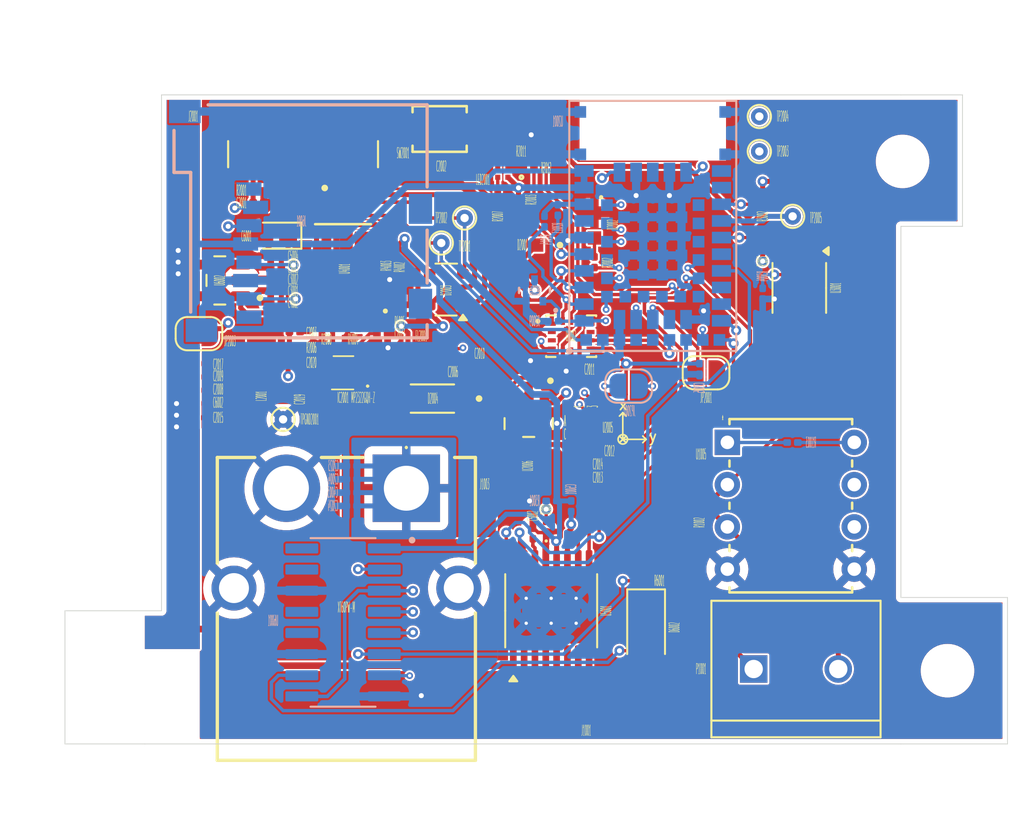
<source format=kicad_pcb>
(kicad_pcb (version 20240108) (generator "pcbnew") (generator_version "8.0")
  (layers (0 "F.Cu" jumper) (1 "In1.Cu" signal) (2 "In2.Cu" signal) (31 "B.Cu" signal) (34 "B.Paste" user) (35 "F.Paste" user) (36 "B.SilkS" user "B.Silkscreen") (37 "F.SilkS" user "F.Silkscreen") (38 "B.Mask" user) (39 "F.Mask" user) (44 "Edge.Cuts" user))
  (net 0 "")
  (net 1 "/Arduino_nano_Rev2/USB_SHIELD")
  (net 2 "Net-(D2003-I{slash}O1)")
  (net 3 "Net-(D2003-I{slash}O2)")
  (net 4 "VUSB")
  (net 5 "GND")
  (net 7 "Vin")
  (net 8 "Net-(LED2001-Pad2)")
  (net 9 "Net-(LED2001-Pad4)")
  (net 10 "+3.3V")
  (net 11 "Net-(LED2001-Pad3)")
  (net 12 "/Arduino_nano_Rev2/LG")
  (net 13 "Net-(IC2001-FB)")
  (net 14 "/VB")
  (net 15 "Net-(U1005-+IN)")
  (net 16 "Net-(U1005-+RG)")
  (net 17 "Net-(U1005--RG)")
  (net 18 "/CLK")
  (net 19 "Net-(D6002-K)")
  (net 20 "Net-(J6001-CS)")
  (net 21 "Net-(D2002-PadA)")
  (net 22 "Net-(U2001-TRACE_D3{slash}GPIO_33)")
  (net 23 "Net-(D2001-Pad2)")
  (net 24 "Net-(JP2003-A)")
  (net 25 "Net-(U4001-AAM)")
  (net 26 "/MPM3610_5V_Buck/EN")
  (net 27 "Net-(U4001-FB)")
  (net 28 "/MCP4728_Quad_DAC/LDAC")
  (net 29 "/SDA")
  (net 30 "/SCL")
  (net 31 "Net-(D3001-A)")
  (net 32 "/Arduino_nano_Rev2/R_PULLUP")
  (net 33 "/Arduino_nano_Rev2/SDA1")
  (net 34 "/Arduino_nano_Rev2/SCL1")
  (net 35 "/Arduino_nano_Rev2/LR")
  (net 36 "/Arduino_nano_Rev2/LB")
  (net 37 "/MCP4728_Quad_DAC/VOUTC")
  (net 38 "/MCP4728_Quad_DAC/VOUTD")
  (net 39 "/MCP4728_Quad_DAC/RDY")
  (net 40 "/VA")
  (net 41 "/BIN2")
  (net 42 "Net-(U5001-VINT)")
  (net 43 "/DRV8833/AOUT2")
  (net 44 "/DRV8833/BOUT2")
  (net 45 "Net-(U5001-VCP)")
  (net 46 "/DRV8833/~{FAULT}")
  (net 47 "/AIN1")
  (net 49 "/DRV8833/BOUT1")
  (net 51 "/BIN1")
  (net 52 "/DRV8833/AOUT1")
  (net 53 "/AIN2")
  (net 55 "/Arduino_nano_Rev2/AIN1_A7")
  (net 57 "Net-(U2001-SWDCLK)")
  (net 58 "/Arduino_nano_Rev2/D3~")
  (net 59 "Net-(JP2001-A)")
  (net 60 "/Arduino_nano_Rev2/AIN4_A6")
  (net 61 "/Arduino_nano_Rev2/D9~")
  (net 63 "/DO")
  (net 64 "/Arduino_nano_Rev2/D2")
  (net 65 "/Arduino_nano_Rev2/LPS22HBTR_INT1")
  (net 66 "/Arduino_nano_Rev2/RX")
  (net 67 "/InAmpOutput")
  (net 68 "/Arduino_nano_Rev2/PDMCLK")
  (net 69 "/Arduino_nano_Rev2/PDMDIN")
  (net 70 "Net-(JP2002-A)")
  (net 71 "/DI")
  (net 73 "/Arduino_nano_Rev2/TX")
  (net 74 "/Arduino_nano_Rev2/RESETN")
  (net 75 "/Arduino_nano_Rev2/AIN5_A3")
  (net 76 "Net-(U2001-VBUS)")
  (net 77 "/Arduino_nano_Rev2/D8")
  (net 78 "VDD_ENV")
  (net 79 "/Arduino_nano_Rev2/AIN6_A2")
  (net 80 "Net-(U2001-SWDIO)")
  (net 81 "/CS")
  (net 82 "/Arduino_nano_Rev2/BMI270_INT2")
  (net 83 "/Arduino_nano_Rev2/AIN3_A1")
  (net 84 "/Arduino_nano_Rev2/BMI270_INT1")
  (net 86 "Net-(U4001-SW-Pad4)")
  (net 92 "Net-(IC2001-BST)")
  (net 93 "Net-(IC2001-SW)")
  (net 95 "Net-(IC2001-VCC)")
  (net 97 "Net-(D6002-A)")
  (net 100 "Net-(J6001-DATA_IN)")
  (net 102 "Net-(J6001-SCLK)")
  (net 104 "Net-(U2005-CRST)")
  (net 105 "/Arduino_nano_Rev2/1.8VOUT")
  (net 110 "Net-(U2004-D)")
  (net 111 "/Micro-SDBreakoutBoard+_adafruit/CD")
  (net 115 "VCC")
  (footprint "Resistor_SMD:R_0201_0603Metric" (layer "F.Cu") (at 133.3 97.72 90)
    (property "Reference" "R4003")
    (property "Value" "100k")
  )
  (footprint "Resistor_SMD:R_0201_0603Metric" (layer "F.Cu") (at 155.9 94.445 90)
    (property "Reference" "R3003")
    (property "Value" "4.7kohm")
  )
  (footprint "Capacitor_SMD:C_0201_0603Metric" (layer "F.Cu") (at 144.88 107.7)
    (property "Reference" "C2014")
    (property "Value" "1uF")
  )
  (footprint "AD623ANZ:N_8_ADI" (layer "F.Cu") (at 153.78 106.38)
    (property "Reference" "U1005")
    (property "Value" "AD623ANZ")
  )
  (footprint "Jumper:SolderJumper-2_P1.3mm_Bridged2Bar_RoundedPad1.0x1.5mm" (layer "F.Cu") (at 122.05 99.85 180)
    (property "Reference" "JP2003")
    (property "Value" "SolderJumper_2_Bridged")
  )
  (footprint "Capacitor_SMD:C_0201_0603Metric" (layer "F.Cu") (at 145.6 106.9 180)
    (property "Reference" "C2012")
    (property "Value" "2.2uF")
  )
  (footprint "Capacitor_SMD:C_0201_0603Metric" (layer "F.Cu") (at 144.88 108.5)
    (property "Reference" "C2013")
    (property "Value" "100 nF")
  )
  (footprint "282837-2:TE_282837-2" (layer "F.Cu") (at 157.9 120)
    (property "Reference" "P1001")
    (property "Value" "282837-2")
  )
  (footprint "Resistor_SMD:R_0201_0603Metric" (layer "F.Cu") (at 140.3354 88.95)
    (property "Reference" "R2011")
    (property "Value" "1k")
  )
  (footprint "Connectors:01x04_SMD_Connector_Linear" (layer "F.Cu") (at 146.005 122.6)
    (property "Reference" "J1001")
    (property "Value" "Conn_01x04_Socket")
  )
  (footprint "Resistor_SMD:R_0201_0603Metric" (layer "F.Cu") (at 134.1 97.795 -90)
    (property "Reference" "R4002")
    (property "Value" "19.1k")
  )
  (footprint "Capacitor_SMD:C_0201_0603Metric" (layer "F.Cu") (at 122.1 103.25)
    (property "Reference" "C2008")
    (property "Value" "100 nF")
  )
  (footprint "Capacitor_SMD:C_0201_0603Metric" (layer "F.Cu") (at 126.675 97.2625 180)
    (property "Reference" "C3001")
    (property "Value" "0.1uF")
  )
  (footprint "Resistor_SMD:R_0201_0603Metric" (layer "F.Cu") (at 139.9904 91.705 -90)
    (property "Reference" "R2007")
    (property "Value" "1k")
  )
  (footprint "Capacitor_SMD:C_0201_0603Metric" (layer "F.Cu") (at 126.675 95.8625 180)
    (property "Reference" "C5003")
    (property "Value" "10μF/16V")
  )
  (footprint "MAKK2016T3R3M:INDC2016X100N" (layer "F.Cu") (at 125.8 101.597 -90)
    (property "Reference" "L2001")
    (property "Value" "MAKK2016T3R3M")
  )
  (footprint "LED_SMD:LED_0201_0603Metric" (layer "F.Cu") (at 142.9 111.445 90)
    (property "Reference" "D3001")
    (property "Value" "Green LED")
  )
  (footprint "Resistor_SMD:R_0201_0603Metric" (layer "F.Cu") (at 127.78 100.65 180)
    (property "Reference" "R2006")
    (property "Value" "976k")
  )
  (footprint "BMI270:XDCR_BMI270" (layer "F.Cu") (at 144.4 100)
    (property "Reference" "U2002")
    (property "Value" "BMI270")
  )
  (footprint "Jumper:SolderJumper-2_P1.3mm_Open_RoundedPad1.0x1.5mm" (layer "F.Cu") (at 152.5 102.2)
    (property "Reference" "JP2001")
    (property "Value" "SolderJumper_2_Open")
  )
  (footprint "Package_SO:HTSSOP-16-1EP_4.4x5mm_P0.65mm_EP3.4x5mm_Mask2.46x2.31mm_ThermalVias" (layer "F.Cu") (at 143.2 116.5 90)
    (property "Reference" "U5001")
    (property "Value" "DRV8833PWP")
  )
  (footprint "Capacitor_SMD:C_0201_0603Metric" (layer "F.Cu") (at 127.8 99.75 180)
    (property "Reference" "C2003")
    (property "Value" "10 μF")
  )
  (footprint "Capacitor_SMD:C_0201_0603Metric" (layer "F.Cu") (at 137.3 101.07 -90)
    (property "Reference" "C2010")
    (property "Value" "1 nF")
  )
  (footprint "MP2322GQHZ:MP2322GQHZ" (layer "F.Cu") (at 130.725 102.2 180)
    (property "Reference" "IC2001")
    (property "Value" "MP2322GQH-Z")
  )
  (footprint "Resistor_SMD:R_0201_0603Metric" (layer "F.Cu") (at 129.755 99.55 180)
    (property "Reference" "R2008")
    (property "Value" "220k")
  )
  (footprint "Resistor_SMD:R_0201_0603Metric" (layer "F.Cu") (at 141.8454 89.8404)
    (property "Reference" "R2012")
    (property "Value" "1k")
  )
  (footprint "Capacitor_SMD:C_0201_0603Metric" (layer "F.Cu") (at 126.675 95.1625 180)
    (property "Reference" "C5004")
    (property "Value" "10μF/16V")
  )
  (footprint "Resistor_SMD:R_0201_0603Metric" (layer "F.Cu") (at 145.8 95.555 90)
    (property "Reference" "R2002")
    (property "Value" "330")
  )
  (footprint "TestPoint:TestPoint_THTPad_D1.0mm_Drill0.5mm" (layer "F.Cu") (at 155.7 88.9)
    (property "Reference" "TP2003")
    (property "Value" "SWDCLK")
  )
  (footprint "Resistor_SMD:R_0201_0603Metric" (layer "F.Cu") (at 152.1 110.145 90)
    (property "Reference" "R1002")
    (property "Value" "100")
  )
  (footprint "Resistor_SMD:R_0201_0603Metric" (layer "F.Cu") (at 131.3 99.55 180)
    (property "Reference" "R4004")
    (property "Value" "100k")
  )
  (footprint "Capacitor_SMD:C_0201_0603Metric" (layer "F.Cu") (at 142.1 111.855 90)
    (property "Reference" "C5002")
    (property "Value" "10μF")
  )
  (footprint "PMEG6020AELRX:SODFL3517X110N" (layer "F.Cu") (at 136.0675 103.75 180)
    (property "Reference" "D2004")
    (property "Value" "PMEG6020AELRX")
  )
  (footprint "MountingHole:MountingHole_3.2mm_M3" (layer "F.Cu") (at 117.7 120.5)
    (property "Reference" "H1003" (hide yes))
    (property "Value" "MountingHole" (hide yes))
  )
  (footprint "APT1608YC:LED_APT1608YC" (layer "F.Cu") (at 141.5 94.525 180)
    (property "Reference" "D2001")
    (property "Value" "APT1608YC")
  )
  (footprint "BMM350:BGA9_BMM350_BOS" (layer "F.Cu") (at 145.30005 105.49995)
    (property "Reference" "U2005")
    (property "Value" "BMM350")
  )
  (footprint "LP2985-33DBVR:SOT95P280X145-5N" (layer "F.Cu") (at 123.3 96.65 180)
    (property "Reference" "U6002")
    (property "Value" "LP2985-33DBVR")
  )
  (footprint "Capacitor_SMD:C_0201_0603Metric" (layer "F.Cu") (at 122.1 101.65 180)
    (property "Reference" "C2017")
    (property "Value" "10 μF")
  )
  (footprint "Capacitor_SMD:C_0201_0603Metric" (layer "F.Cu") (at 135.345 102.15)
    (property "Reference" "C2006")
    (property "Value" "1 nF")
  )
  (footprint "TestPoint:TestPoint_THTPad_D1.0mm_Drill0.5mm" (layer "F.Cu") (at 127.1 105)
    (property "Reference" "TPGND2001")
    (property "Value" "GND")
  )
  (footprint "MountingHole:MountingHole_3.2mm_M3" (layer "F.Cu") (at 167 120.1)
    (property "Reference" "H1002" (hide yes))
    (property "Value" "MountingHole" (hide yes))
  )
  (footprint "B3U-1000PM_OMR:B3U-1000PM_OMR" (layer "F.Cu") (at 136.5 87.55)
    (property "Reference" "SW2001")
    (property "Value" "B3U-1000PM")
  )
  (footprint "ZX62-AB-5PA_31_:HIROSE_ZX62-AB-5PA_31_" (layer "F.Cu") (at 128.3 87 180)
    (property "Reference" "J2001")
    (property "Value" "ZX62-AB-5PA_31_")
  )
  (footprint "TPS7A2018PDBVR:SOT95P280X145-5N" (layer "F.Cu") (at 141.85 105.255 -90)
    (property "Reference" "U2006")
    (property "Value" "TPS7A2018PDBVR")
  )
  (footprint "TestPoint:TestPoint_THTPad_D1.0mm_Drill0.5mm" (layer "F.Cu") (at 155.7 86.8)
    (property "Reference" "TP2004")
    (property "Value" "SWDIO")
  )
  (footprint "Capacitor_SMD:C_0201_0603Metric" (layer "F.Cu") (at 126.675 96.5625 180)
    (property "Reference" "C3002")
    (property "Value" "10uF")
  )
  (footprint "Resistor_SMD:R_0201_0603Metric" (layer "F.Cu") (at 133.055 99.15 180)
    (property "Reference" "R4005")
    (property "Value" "53.6k")
  )
  (footprint "TestPoint:TestPoint_THTPad_D1.0mm_Drill0.5mm" (layer "F.Cu") (at 136.6 94.4)
    (property "Reference" "TP2001")
    (property "Value" "D+")
  )
  (footprint "Capacitor_SMD:C_0201_0603Metric" (layer "F.Cu") (at 138.055 89.75 180)
    (property "Reference" "C2002")
    (property "Value" "100 nF")
  )
  (footprint "Package_TO_SOT_SMD:SOT-143" (layer "F.Cu") (at 136.9 97.2 180)
    (property "Reference" "D2003")
    (property "Value" "PRTR5V0U2X")
  )
  (footprint "MPM3606AGQV:QFN3p0x5p0x1p6_MPM3610_MNP" (layer "F.Cu") (at 130.7 95.95 180)
    (property "Reference" "U4001")
    (property "Value" "MPM3610GQV-P")
  )
  (footprint "TestPoint:TestPoint_THTPad_D1.0mm_Drill0.5mm" (layer "F.Cu") (at 157.7 92.8)
    (property "Reference" "TP2005")
    (property "Value" "RESET")
  )
  (footprint "Capacitor_SMD:C_0201_0603Metric" (layer "F.Cu") (at 126.675 97.9625 180)
    (property "Reference" "C4002")
    (property "Value" "22μF")
  )
  (footprint "Capacitor_Tantalum_SMD:CP_EIA-1608-08_AVX-J" (layer "F.Cu") (at 126.6875 93.9625 180)
    (property "Reference" "C6001")
    (property "Value" "100nF")
  )
  (footprint "Capacitor_SMD:C_0201_0603Metric" (layer "F.Cu") (at 125.62 91.95 180)
    (property "Reference" "C2001")
    (property "Value" "4.7 nF")
  )
  (footprint "TestPoint:TestPoint_THTPad_D1.0mm_Drill0.5mm" (layer "F.Cu") (at 138 92.9)
    (property "Reference" "TP2002")
    (property "Value" "D-")
  )
  (footprint "Capacitor_SMD:C_0201_0603Metric" (layer "F.Cu") (at 122.1 102.45)
    (property "Reference" "C2009")
    (property "Value" "100 nF")
  )
  (footprint "Capacitor_SMD:C_0201_0603Metric" (layer "F.Cu") (at 127.78 101.55)
    (property "Reference" "C2020")
    (property "Value" "22 nF")
  )
  (footprint "Capacitor_SMD:C_0201_0603Metric" (layer "F.Cu") (at 146.555 102 180)
    (property "Reference" "C2011")
    (property "Value" "100 nF")
  )
  (footprint "Resistor_SMD:R_0201_0603Metric" (layer "F.Cu") (at 125.62 91.25)
    (property "Reference" "R2001")
    (property "Value" "1M")
  )
  (footprint "Capacitor_SMD:C_0201_0603Metric" (layer "F.Cu") (at 122.08 104.9)
    (property "Reference" "C2015")
    (property "Value" "1uF")
  )
  (footprint "XT60PW-M:XT60PWM" (layer "F.Cu") (at 134.5 109.1375 180)
    (property "Reference" "J1003")
    (property "Value" "XT60PW-M")
  )
  (footprint "HSMG-C190:HSMG-C190" (layer "F.Cu") (at 145.8 93.35 -90)
    (property "Reference" "D2002")
    (property "Value" "HSMG-C190")
  )
  (footprint "Resistor_SMD:R_0201_0603Metric" (layer "F.Cu") (at 155.9 91.755 -90)
    (property "Reference" "R3002")
    (property "Value" "4.7kohm")
  )
  (footprint "LED_SMD:LED_1206_3216Metric" (layer "F.Cu") (at 148.9 117.5 -90)
    (property "Reference" "D6002")
    (property "Value" "LTST-C150EKT(RED_LED)")
  )
  (footprint "SMLP34RGBN1W3:SMLP34_ROM" (layer "F.Cu") (at 140.2952 90.1452 180)
    (property "Reference" "LED2001")
    (property "Value" "SMLP34RGBN1W3")
  )
  (footprint "Resistor_SMD:R_0201_0603Metric" (layer "F.Cu") (at 148.58 114.7 180)
    (property "Reference" "R6001")
    (property "Value" "1k")
  )
  (footprint "MountingHole:MountingHole_3.2mm_M3" (layer "F.Cu") (at 164.3 89.5)
    (property "Reference" "H1001" (hide yes))
    (property "Value" "MountingHole" (hide yes))
  )
  (footprint "Capacitor_SMD:C_0201_0603Metric" (layer "F.Cu") (at 122.1 104.05)
    (property "Reference" "C6002")
    (property "Value" "100nF")
  )
  (footprint "Capacitor_SMD:C_0201_0603Metric" (layer "F.Cu") (at 128.1 102.75 90)
    (property "Reference" "C2019")
    (property "Value" "100 nF 50V")
  )
  (footprint "Resistor_SMD:R_0201_0603Metric" (layer "F.Cu") (at 141.2354 92.245 -90)
    (property "Reference" "R2003")
    (property "Value" "330")
  )
  (footprint "Package_SO:MSOP-10_3x3mm_P0.5mm" (layer "F.Cu") (at 158.1 97.1 -90)
    (property "Reference" "U3001")
    (property "Value" "MCP4728")
  )
  (footprint "BLM18EG101TN1D:BEADC1608X65N" (layer "F.Cu") (at 135.335 101.05)
    (property "Reference" "FL2001")
    (property "Value" "BLM18EG101TN1D")
  )
  (footprint "Capacitor_SMD:C_0201_0603Metric" (layer "F.Cu") (at 133.055 99.85)
    (property "Reference" "C2022")
    (property "Value" "1 μF")
  )
  (footprint "Capacitor_SMD:C_0201_0603Metric" (layer "B.Cu") (at 131.22 107.8 180)
    (property "Reference" "C2023")
    (property "Value" "10 μF 25V")
  )
  (footprint "Capacitor_SMD:C_0201_0603Metric" (layer "B.Cu") (at 131.22 110.2 180)
    (property "Reference" "C2024")
    (property "Value" "100 nF 50V")
  )
  (footprint "Capacitor_SMD:C_0201_0603Metric" (layer "B.Cu") (at 131.22 108.6 180)
    (property "Reference" "C2004")
    (property "Value" "10 μF 25V")
  )
  (footprint "2908-05WB-MG:3M_2908-05WB-MG" (layer "B.Cu") (at 128.15 93.1 -90)
    (property "Reference" "J6001")
    (property "Value" "2908-05WB-MG")
  )
  (footprint "Resistor_SMD:R_0201_0603Metric" (layer "B.Cu") (at 143.22 109.9 180)
    (property "Reference" "R3001")
    (property "Value" "4.7kohm")
  )
  (footprint "2N7002T-7-F:SOT523_2N7002T_DIO" (layer "B.Cu") (at 142.2 97.249999 90)
    (property "Reference" "U2004")
    (property "Value" "2N7002T-7-F")
  )
  (footprint "Capacitor_SMD:C_0201_0603Metric" (layer "B.Cu") (at 131.22 109.4 180)
    (property "Reference" "C4003")
    (property "Value" "10μF")
  )
  (footprint "Capacitor_SMD:C_0201_0603Metric" (layer "B.Cu") (at 144.4 110.22 90)
    (property "Reference" "C5001")
    (property "Value" "0.1μF")
  )
  (footprint "Jumper:SolderJumper-2_P1.3mm_Open_RoundedPad1.0x1.5mm" (layer "B.Cu") (at 147.85 103)
    (property "Reference" "JP2002")
    (property "Value" "SolderJumper_2_Open")
  )
  (footprint "Resistor_SMD:R_0201_0603Metric" (layer "B.Cu") (at 157.69 106.39)
    (property "Reference" "R1003")
    (property "Value" "1.2k")
  )
  (footprint "Capacitor_SMD:C_0201_0603Metric" (layer "B.Cu") (at 152.1 101.97 90)
    (property "Reference" "C2005")
    (property "Value" "100 nF")
  )
  (footprint "Resistor_SMD:R_0201_0603Metric" (layer "B.Cu") (at 142.8 93.11 -90)
    (property "Reference" "R2014")
    (property "Value" "976k")
  )
  (footprint "NINA-B306-00B:XCVR_NINA-B306-00B" (layer "B.Cu") (at 149.3 93.375)
    (property "Reference" "U2001")
    (property "Value" "NINA-B306-00B")
  )
  (footprint "Resistor_SMD:R_0201_0603Metric" (layer "B.Cu") (at 143.6 92.42 -90)
    (property "Reference" "R2013")
    (property "Value" "976k")
  )
  (footprint "Resistor_SMD:R_0201_0603Metric" (layer "B.Cu") (at 143.32 99.1 180)
    (property "Reference" "R2009")
    (property "Value" "976k")
  )
  (footprint "CD74HC4050M96:SOIC127P600X175-16N" (layer "B.Cu") (at 130.7 117.2 180)
    (property "Reference" "U6001")
    (property "Value" "CD74HC4050M96")
  )
  (footprint "Resistor_SMD:R_0201_0603Metric" (layer "B.Cu") (at 155.9 97.445 90)
    (property "Reference" "R3004" (hide yes))
    (property "Value" "4.7kohm")
  )
  (gr_line (start 148.9 106.2) (end 148.7 106) (stroke (width 0.1)) (layer "F.SilkS"))
  (gr_line (start 147.3 106) (end 147.5 106.2) (stroke (width 0.1)) (layer "F.SilkS"))
  (gr_line (start 147.5 106.2) (end 147.5 104.6) (stroke (width 0.1)) (layer "F.SilkS"))
  (gr_line (start 147.4 106.3) (end 147.5 106.2) (stroke (width 0.1)) (layer "F.SilkS"))
  (gr_line (start 147.5 106.2) (end 147.7 106.4) (stroke (width 0.1)) (layer "F.SilkS"))
  (gr_line (start 147.6 106.3) (end 147.5 106.2) (stroke (width 0.1)) (layer "F.SilkS"))
  (gr_line (start 147.7 104.8) (end 147.5 104.6) (stroke (width 0.1)) (layer "F.SilkS"))
  (gr_line (start 147.5 106.2) (end 147.7 106) (stroke (width 0.1)) (layer "F.SilkS"))
  (gr_line (start 147.5 104.6) (end 147.3 104.8) (stroke (width 0.1)) (layer "F.SilkS"))
  (gr_line (start 147.6 106.1) (end 147.5 106.2) (stroke (width 0.1)) (layer "F.SilkS"))
  (gr_circle (center 147.5 106.2) (end 147.7 106) (stroke (width 0.1)) (fill none) (layer "F.SilkS"))
  (gr_line (start 148.7 106.4) (end 148.9 106.2) (stroke (width 0.1)) (layer "F.SilkS"))
  (gr_line (start 147.5 106.2) (end 147.3 106.4) (stroke (width 0.1)) (layer "F.SilkS"))
  (gr_line (start 147.5 106.2) (end 148.9 106.2) (stroke (width 0.1)) (layer "F.SilkS"))
  (gr_line (start 147.5 104.6) (end 147.7 104.8) (stroke (width 0.1)) (layer "F.SilkS"))
  (gr_line (start 164.2 93.4) (end 164.2 115.7) (stroke (width 0.05)) (layer "Edge.Cuts"))
  (gr_line (start 164.2 124.5) (end 170.6 124.5) (stroke (width 0.05)) (layer "Edge.Cuts"))
  (gr_line (start 114 116.5) (end 119.8 116.5) (stroke (width 0.05)) (layer "Edge.Cuts"))
  (gr_line (start 118.8 124.5) (end 114 124.5) (stroke (width 0.05)) (layer "Edge.Cuts"))
  (gr_line (start 164.2 115.7) (end 170.6 115.7) (stroke (width 0.05)) (layer "Edge.Cuts"))
  (gr_line (start 164.2 85.5) (end 167.9 85.5) (stroke (width 0.05)) (layer "Edge.Cuts"))
  (gr_line (start 164.2 124.5) (end 118.8 124.5) (stroke (width 0.05)) (layer "Edge.Cuts"))
  (gr_line (start 119.8 116.5) (end 119.8 85.5) (stroke (width 0.05)) (layer "Edge.Cuts"))
  (gr_line (start 167.9 93.4) (end 164.2 93.4) (stroke (width 0.05)) (layer "Edge.Cuts"))
  (gr_line (start 114 124.5) (end 114 116.5) (stroke (width 0.05)) (layer "Edge.Cuts"))
  (gr_line (start 167.9 85.5) (end 167.9 93.4) (stroke (width 0.05)) (layer "Edge.Cuts"))
  (gr_line (start 119.8 85.5) (end 164.2 85.5) (stroke (width 0.05)) (layer "Edge.Cuts"))
  (gr_line (start 170.6 124.5) (end 170.6 115.7) (stroke (width 0.05)) (layer "Edge.Cuts"))
  (gr_text "y" (at 149 106.4 0) (layer "F.SilkS") (effects (font (size 0.635 0.635) (thickness 0.1)) (justify left bottom)))
  (gr_text "x" (at 147.2 104.5 0) (layer "F.SilkS") (effects (font (size 0.635 0.635) (thickness 0.1)) (justify left bottom)))
  (segment (start 125.3 89.8) (end 125.2 89.7) (width 0.2) (layer "F.Cu") (net 1))
  (segment (start 125.2 87.25) (end 125.3 87.15) (width 0.2) (layer "F.Cu") (net 1))
  (segment (start 139.5 93.309189) (end 139.5 92.403768) (width 0.3) (layer "F.Cu") (net 1))
  (segment (start 125.3 91.95) (end 125.3 89.8) (width 0.3) (layer "F.Cu") (net 1))
  (segment (start 139.2 97.5) (end 139.2 93.609189) (width 0.3) (layer "F.Cu") (net 1))
  (segment (start 137.829289 90.8) (end 131.4 90.8) (width 0.3) (layer "F.Cu") (net 1))
  (segment (start 131.4 90.8) (end 131.3 90.7) (width 0.3) (layer "F.Cu") (net 1))
  (segment (start 139.2 93.609189) (end 139.5 93.309189) (width 0.3) (layer "F.Cu") (net 1))
  (segment (start 138.7 90.9) (end 137.929289 90.9) (width 0.3) (layer "F.Cu") (net 1))
  (segment (start 132.3 87.15) (end 131.3 87.15) (width 0.3) (layer "F.Cu") (net 1))
  (segment (start 125.3 87.15) (end 124.3 87.15) (width 0.3) (layer "F.Cu") (net 1))
  (segment (start 131.3 87.15) (end 125.3 87.15) (width 0.3) (layer "F.Cu") (net 1))
  (segment (start 138.75 97.95) (end 139.2 97.5) (width 0.3) (layer "F.Cu") (net 1))
  (segment (start 139.5 92.403768) (end 139.4404 92.344168) (width 0.3) (layer "F.Cu") (net 1))
  (segment (start 137.929289 90.9) (end 137.829289 90.8) (width 0.3) (layer "F.Cu") (net 1))
  (segment (start 139.4404 91.6404) (end 138.7 90.9) (width 0.3) (layer "F.Cu") (net 1))
  (segment (start 137.9 97.95) (end 138.75 97.95) (width 0.3) (layer "F.Cu") (net 1))
  (segment (start 125.2 89.7) (end 125.2 87.25) (width 0.3) (layer "F.Cu") (net 1))
  (segment (start 131.3 90.7) (end 131.3 87.15) (width 0.3) (layer "F.Cu") (net 1))
  (segment (start 139.4404 92.344168) (end 139.4404 91.6404) (width 0.3) (layer "F.Cu") (net 1))
  (segment (start 129.65 91.95) (end 128.95 91.25) (width 0.21) (layer "F.Cu") (net 2))
  (segment (start 138 92.9) (end 138 96.15) (width 0.21) (layer "F.Cu") (net 2))
  (segment (start 136 92.9) (end 135.05 91.95) (width 0.21) (layer "F.Cu") (net 2))
  (segment (start 128.95 91.25) (end 128.95 89.825) (width 0.21) (layer "F.Cu") (net 2))
  (segment (start 138 92.9) (end 136 92.9) (width 0.21) (layer "F.Cu") (net 2))
  (segment (start 138 96.15) (end 137.9 96.25) (width 0.2) (layer "F.Cu") (net 2))
  (segment (start 135.05 91.95) (end 129.65 91.95) (width 0.21) (layer "F.Cu") (net 2))
  (segment (start 138 92.9) (end 138 95.548529) (width 0.2) (layer "B.Cu") (net 2))
  (segment (start 144.725 100.225) (end 144.1 99.6) (width 0.2) (layer "B.Cu") (net 2))
  (segment (start 144.1 99.6) (end 142.051471 99.6) (width 0.2) (layer "B.Cu") (net 2))
  (segment (start 145.3 100.225) (end 144.725 100.225) (width 0.2) (layer "B.Cu") (net 2))
  (segment (start 138 95.548529) (end 142.051471 99.6) (width 0.2) (layer "B.Cu") (net 2))
  (segment (start 136.6 94.4) (end 135.55 94.4) (width 0.21) (layer "F.Cu") (net 3))
  (segment (start 136.6 95.55) (end 135.9 96.25) (width 0.21) (layer "F.Cu") (net 3))
  (segment (start 135.55 94.4) (end 133.9 92.75) (width 0.21) (layer "F.Cu") (net 3))
  (segment (start 129.55 92.75) (end 128.3 91.5) (width 0.21) (layer "F.Cu") (net 3))
  (segment (start 133.9 92.75) (end 129.55 92.75) (width 0.21) (layer "F.Cu") (net 3))
  (segment (start 128.3 91.5) (end 128.3 89.825) (width 0.21) (layer "F.Cu") (net 3))
  (segment (start 136.6 94.4) (end 136.6 95.55) (width 0.21) (layer "F.Cu") (net 3))
  (segment (start 142.025 100.875) (end 146.2 100.875) (width 0.2) (layer "B.Cu") (net 3))
  (segment (start 136.6 94.4) (end 136.6 95.45) (width 0.2) (layer "B.Cu") (net 3))
  (segment (start 146.3 100.775) (end 146.3 100.225) (width 0.2) (layer "B.Cu") (net 3))
  (segment (start 136.6 95.45) (end 142.025 100.875) (width 0.2) (layer "B.Cu") (net 3))
  (segment (start 146.2 100.875) (end 146.3 100.775) (width 0.2) (layer "B.Cu") (net 3))
  (segment (start 138.85 93.252082) (end 138.455 93.647082) (width 0.3) (layer "F.Cu") (net 4))
  (segment (start 138.3 97.05) (end 137 97.05) (width 0.3) (layer "F.Cu") (net 4))
  (segment (start 138.455 95.743738) (end 138.6 95.888738) (width 0.3) (layer "F.Cu") (net 4))
  (segment (start 138.6 96.75) (end 138.3 97.05) (width 0.3) (layer "F.Cu") (net 4))
  (segment (start 135.9 98.6) (end 135.9 98.15) (width 0.3) (layer "F.Cu") (net 4))
  (segment (start 130.595 91.495) (end 137.726371 91.495) (width 0.3) (layer "F.Cu") (net 4))
  (segment (start 134.6 99.8) (end 134.6 101.05) (width 0.3) (layer "F.Cu") (net 4))
  (segment (start 138.5 91.9) (end 138.85 92.25) (width 0.3) (layer "F.Cu") (net 4))
  (segment (start 134.5 101.115) (end 134.565 101.05) (width 0.2) (layer "F.Cu") (net 4))
  (segment (start 129.6 90.5) (end 130.595 91.495) (width 0.3) (layer "F.Cu") (net 4))
  (segment (start 136.7 99.4) (end 135.9 98.6) (width 0.3) (layer "F.Cu") (net 4))
  (segment (start 129.6 89.825) (end 129.6 90.5) (width 0.3) (layer "F.Cu") (net 4))
  (segment (start 137.726371 91.495) (end 138.131371 91.9) (width 0.3) (layer "F.Cu") (net 4))
  (segment (start 138.85 92.25) (end 138.85 93.252082) (width 0.3) (layer "F.Cu") (net 4))
  (segment (start 134.5 102.05) (end 134.5 101.115) (width 0.3) (layer "F.Cu") (net 4))
  (segment (start 134.2 99.4) (end 134.6 99.8) (width 0.3) (layer "F.Cu") (net 4))
  (segment (start 134.5 103.35) (end 134.5 102.05) (width 0.3) (layer "F.Cu") (net 4))
  (segment (start 137 97.05) (end 135.9 98.15) (width 0.3) (layer "F.Cu") (net 4))
  (segment (start 134.5 102.05) (end 134.6 102.15) (width 0.3) (layer "F.Cu") (net 4))
  (segment (start 138.455 93.647082) (end 138.455 95.743738) (width 0.3) (layer "F.Cu") (net 4))
  (segment (start 134.6 102.15) (end 135.025 102.15) (width 0.3) (layer "F.Cu") (net 4))
  (segment (start 138.131371 91.9) (end 138.5 91.9) (width 0.3) (layer "F.Cu") (net 4))
  (segment (start 138.6 95.888738) (end 138.6 96.75) (width 0.3) (layer "F.Cu") (net 4))
  (via (at 136.7 99.4) (size 0.6) (drill 0.3) (layers "F.Cu" "B.Cu") (net 4))
  (via (at 134.2 99.4) (size 0.6) (drill 0.3) (layers "F.Cu" "B.Cu") (net 4))
  (segment (start 136.7 99.4) (end 134.2 99.4) (width 0.3) (layer "B.Cu") (net 4))
  (segment (start 142.15239 111.535) (end 142.41739 111.8) (width 0.21) (layer "F.Cu") (net 5))
  (segment (start 126.355 99.105) (end 126.4 99.15) (width 0.2) (layer "F.Cu") (net 5))
  (segment (start 133.8 96.2) (end 134.7 97.1) (width 0.25) (layer "F.Cu") (net 5))
  (segment (start 129.75 99.05) (end 129.65 99.15) (width 0.2) (layer "F.Cu") (net 5))
  (segment (start 148.25 91.6) (end 148.3 91.55) (width 0.2) (layer "F.Cu") (net 5))
  (segment (start 139.4854 88.681544) (end 140.066944 88.1) (width 0.2) (layer "F.Cu") (net 5))
  (segment (start 124.6 99.915) (end 124.6 103.15) (width 0.25) (layer "F.Cu") (net 5))
  (segment (start 139.4854 89.9146) (end 139.4854 88.681544) (width 0.2) (layer "F.Cu") (net 5))
  (segment (start 145.92 106.52) (end 145.92 106.9) (width 0.2) (layer "F.Cu") (net 5))
  (segment (start 130.7 103.05) (end 130.8 102.95) (width 0.25) (layer "F.Cu") (net 5))
  (segment (start 131.954 96.2) (end 133.8 96.2) (width 0.25) (layer "F.Cu") (net 5))
  (segment (start 128.9 99.55) (end 129.435 99.55) (width 0.25) (layer "F.Cu") (net 5))
  (segment (start 125.365 99.15) (end 124.6 99.915) (width 0.25) (layer "F.Cu") (net 5))
  (segment (start 145.2 108.5) (end 145.2 108.8) (width 0.3) (layer "F.Cu") (net 5))
  (segment (start 141.958741 100.091259) (end 141.958741 101.471331) (width 0.2) (layer "F.Cu") (net 5))
  (segment (start 140.968 97.668) (end 140.9 97.6) (width 0.2) (layer "F.Cu") (net 5))
  (segment (start 142.41739 111.8) (end 142.706544 111.8) (width 0.21) (layer "F.Cu") (net 5))
  (segment (start 134.565 98.115) (end 134.1 98.115) (width 0.25) (layer "F.Cu") (net 5))
  (segment (start 129.45 99.15) (end 129.45 99.535) (width 0.25) (layer "F.Cu") (net 5))
  (segment (start 129.949999 98.394) (end 129.949999 99.000001) (width 0.2) (layer "F.Cu") (net 5))
  (segment (start 159.1 98.349568) (end 159.1 99.2125) (width 0.2) (layer "F.Cu") (net 5))
  (segment (start 129.256 97.5) (end 129.256 98.2) (width 0.25) (layer "F.Cu") (net 5))
  (segment (start 134.7 97.98) (end 134.565 98.115) (width 0.25) (layer "F.Cu") (net 5))
  (segment (start 145.7001 106.3001) (end 145.92 106.52) (width 0.2) (layer "F.Cu") (net 5))
  (segment (start 130.7 103.95) (end 130.7 103.05) (width 0.25) (layer "F.Cu") (net 5))
  (segment (start 148.15 91.5) (end 148.25 91.6) (width 0.3) (layer "F.Cu") (net 5))
  (segment (start 142.1 111.535) (end 142.15239 111.535) (width 0.21) (layer "F.Cu") (net 5))
  (segment (start 138.136396 90.4) (end 139 90.4) (width 0.3) (layer "F.Cu") (net 5))
  (segment (start 145.2 108.8) (end 144.8 109.2) (width 0.3) (layer "F.Cu") (net 5))
  (segment (start 129.9 99.05) (end 129.75 99.05) (width 0.2) (layer "F.Cu") (net 5))
  (segment (start 129.45 98.394) (end 129.949999 98.394) (width 0.25) (layer "F.Cu") (net 5))
  (segment (start 140.066944 88.1) (end 141.8 88.1) (width 0.2) (layer "F.Cu") (net 5))
  (segment (start 142.8 99.25) (end 141.958741 100.091259) (width 0.2) (layer "F.Cu") (net 5))
  (segment (start 126.4 99.15) (end 125.365 99.15) (width 0.25) (layer "F.Cu") (net 5))
  (segment (start 144.79995 105.49995) (end 144.3 105) (width 0.2) (layer "F.Cu") (net 5))
  (segment (start 127 91.55) (end 125.975 92.575) (width 0.3) (layer "F.Cu") (net 5))
  (segment (start 128.12 99.75) (end 128.7 99.75) (width 0.25) (layer "F.Cu") (net 5))
  (segment (start 128.7 99.75) (end 128.9 99.55) (width 0.25) (layer "F.Cu") (net 5))
  (segment (start 133.375 99.15) (end 133.375 99.85) (width 0.25) (layer "F.Cu") (net 5))
  (segment (start 143.2375 99.25) (end 142.8 99.25) (width 0.2) (layer "F.Cu") (net 5))
  (segment (start 158.515432 97.765) (end 159.1 98.349568) (width 0.2) (layer "F.Cu") (net 5))
  (segment (start 137.735 89.75) (end 137.735 89.998604) (width 0.3) (layer "F.Cu") (net 5))
  (segment (start 128.12 99.75) (end 128.12 99.17) (width 0.25) (layer "F.Cu") (net 5))
  (segment (start 137.735 89.998604) (end 138.136396 90.4) (width 0.3) (layer "F.Cu") (net 5))
  (segment (start 125.975 94.425) (end 126.355 94.805) (width 0.25) (layer "F.Cu") (net 5))
  (segment (start 124.6 103.15) (end 125.4 103.95) (width 0.25) (layer "F.Cu") (net 5))
  (segment (start 134.7 97.1) (end 134.7 97.98) (width 0.25) (layer "F.Cu") (net 5))
  (segment (start 141.958741 101.471331) (end 141.871331 101.471331) (width 0.2) (layer "F.Cu") (net 5))
  (segment (start 129.256 98.2) (end 129.45 98.394) (width 0.25) (layer "F.Cu") (net 5))
  (segment (start 129.65 99.15) (end 129.45 99.15) (width 0.2) (layer "F.Cu") (net 5))
  (segment (start 142.9 113.6125) (end 142.875 113.6375) (width 0.2) (layer "F.Cu") (net 5))
  (segment (start 128.12 99.17) (end 128.1 99.15) (width 0.2) (layer "F.Cu") (net 5))
  (segment (start 129.949999 99.000001) (end 129.9 99.05) (width 0.2) (layer "F.Cu") (net 5))
  (segment (start 145.7001 105.9) (end 145.7001 106.3001) (width 0.2) (layer "F.Cu") (net 5))
  (segment (start 130.8 102.95) (end 131.4 102.95) (width 0.25) (layer "F.Cu") (net 5))
  (segment (start 129.45 99.535) (end 129.435 99.55) (width 0.2) (layer "F.Cu") (net 5))
  (segment (start 141.8 88.1) (end 142 87.9) (width 0.2) (layer "F.Cu") (net 5))
  (segment (start 125.975 93.9625) (end 125.975 94.425) (width 0.25) (layer "F.Cu") (net 5))
  (segment (start 128.1 99.15) (end 126.4 99.15) (width 0.25) (layer "F.Cu") (net 5))
  (segment (start 129.45 98.394) (end 129.45 99.15) (width 0.25) (layer "F.Cu") (net 5))
  (segment (start 126.355 94.805) (end 126.355 97.9625) (width 0.25) (layer "F.Cu") (net 5))
  (segment (start 127 89.825) (end 127 91.55) (width 0.3) (layer "F.Cu") (net 5))
  (segment (start 144.9 105.49995) (end 145.30005 105.49995) (width 0.2) (layer "F.Cu") (net 5))
  (segment (start 125.975 92.575) (end 125.975 93.9625) (width 0.3) (layer "F.Cu") (net 5))
  (segment (start 144.9 105.49995) (end 144.79995 105.49995) (width 0.2) (layer "F.Cu") (net 5))
  (segment (start 156.6 97.765) (end 158.515432 97.765) (width 0.2) (layer "F.Cu") (net 5))
  (segment (start 125.4 103.95) (end 130.7 103.95) (width 0.25) (layer "F.Cu") (net 5))
  (segment (start 139 90.4) (end 139.4854 89.9146) (width 0.3) (layer "F.Cu") (net 5))
  (via (at 144.2 94.251728) (size 0.6) (drill 0.3) (layers "F.Cu" "B.Cu") (net 5))
  (via (at 152.349998 98.475002) (size 0.6) (drill 0.3) (layers "F.Cu" "B.Cu") (net 5))
  (via (at 135.4 121.6) (size 0.6) (drill 0.3) (layers "F.Cu" "B.Cu") (net 5))
  (via (at 142 87.9) (size 0.6) (drill 0.3) (layers "F.Cu" "B.Cu") (net 5))
  (via (at 133.5 96.6) (size 0.6) (drill 0.3) (layers "F.Cu" "B.Cu") (net 5))
  (via (at 156.6 97.765) (size 0.6) (drill 0.3) (layers "F.Cu" "B.Cu") (net 5))
  (via (at 144.1 102.1) (size 0.6) (drill 0.3) (layers "F.Cu" "B.Cu") (net 5))
  (via (at 150.3 91.55) (size 0.6) (drill 0.3) (layers "F.Cu" "B.Cu") (net 5))
  (via (at 148.3 91.55) (size 0.6) (drill 0.3) (layers "F.Cu" "B.Cu") (net 5))
  (via (at 141.958741 101.471331) (size 0.6) (drill 0.3) (layers "F.Cu" "B.Cu") (net 5))
  (via (at 141.9 109.9) (size 0.6) (drill 0.3) (layers "F.Cu" "B.Cu") (net 5))
  (via (at 133.4 100.7) (size 0.6) (drill 0.3) (layers "F.Cu" "B.Cu") (net 5))
  (segment (start 123.84 96.66) (end 122.2 98.3) (width 0.3) (layer "B.Cu") (net 5))
  (segment (start 141.700001 98.300001) (end 142.5 99.1) (width 0.3) (layer "B.Cu") (net 5))
  (segment (start 122.2 98.3) (end 122.2 99.65) (width 0.3) (layer "B.Cu") (net 5))
  (segment (start 124.85 96.66) (end 123.84 96.66) (width 0.3) (layer "B.Cu") (net 5))
  (segment (start 141.700001 97.899998) (end 141.700001 98.300001) (width 0.3) (layer "B.Cu") (net 5))
  (segment (start 142.5 99.1) (end 143 99.1) (width 0.3) (layer "B.Cu") (net 5))
  (segment (start 156.6 97.765) (end 155.9 97.765) (width 0.2) (layer "B.Cu") (net 5))
  (segment (start 130.8 101.95) (end 130.8 102.35) (width 0.25) (layer "F.Cu") (net 7))
  (segment (start 130.9 102.45) (end 131.425 102.45) (width 0.25) (layer "F.Cu") (net 7))
  (segment (start 130.98 98.234) (end 130.95 98.204) (width 0.2) (layer "F.Cu") (net 7))
  (segment (start 130.98 99.55) (end 130.98 98.234) (width 0.25) (layer "F.Cu") (net 7))
  (segment (start 130.8 102.35) (end 130.9 102.45) (width 0.25) (layer "F.Cu") (net 7))
  (segment (start 131.425 101.95) (end 131.425 102.45) (width 0.25) (layer "F.Cu") (net 7))
  (segment (start 130.98 99.97) (end 130.98 99.55) (width 0.3) (layer "F.Cu") (net 7))
  (segment (start 131.425 101.95) (end 130.8 101.95) (width 0.25) (layer "F.Cu") (net 7))
  (segment (start 130.7 100.45) (end 130.8 100.35) (width 0.25) (layer "F.Cu") (net 7))
  (segment (start 130.7 101.85) (end 130.7 100.45) (width 0.25) (layer "F.Cu") (net 7))
  (segment (start 130.8 101.95) (end 130.7 101.85) (width 0.25) (layer "F.Cu") (net 7))
  (segment (start 134.2375 109.4) (end 134.5 109.1375) (width 0.2) (layer "B.Cu") (net 7))
  (segment (start 133.4375 110.2) (end 134.5 109.1375) (width 0.2) (layer "B.Cu") (net 7))
  (segment (start 133.9625 108.6) (end 134.5 109.1375) (width 0.2) (layer "B.Cu") (net 7))
  (segment (start 131.54 108.6) (end 133.9625 108.6) (width 0.3) (layer "B.Cu") (net 7))
  (segment (start 131.54 110.2) (end 133.4375 110.2) (width 0.3) (layer "B.Cu") (net 7))
  (segment (start 131.54 109.4) (end 134.2375 109.4) (width 0.3) (layer "B.Cu") (net 7))
  (segment (start 131.54 107.8) (end 133.1625 107.8) (width 0.3) (layer "B.Cu") (net 7))
  (segment (start 133.1625 107.8) (end 134.5 109.1375) (width 0.2) (layer "B.Cu") (net 7))
  (segment (start 140.6 89.8404) (end 141.5254 89.8404) (width 0.2) (layer "F.Cu") (net 8))
  (segment (start 139.9904 90.45) (end 139.9904 91.385) (width 0.2) (layer "F.Cu") (net 9))
  (segment (start 121.4 98.245) (end 122.045 97.6) (width 0.3) (layer "F.Cu") (net 10))
  (segment (start 142.8 104) (end 143.5 104) (width 0.3) (layer "F.Cu") (net 10))
  (segment (start 140.6 90.45) (end 141.2354 91.0854) (width 0.3) (layer "F.Cu") (net 10))
  (segment (start 121.4 99.85) (end 121.4 98.245) (width 0.3) (layer "F.Cu") (net 10))
  (segment (start 124.7 119.8) (end 140.8375 119.8) (width 0.4) (layer "F.Cu") (net 10))
  (segment (start 141.2354 91.0854) (end 141.2354 91.925) (width 0.3) (layer "F.Cu") (net 10))
  (segment (start 122.5 117.6) (end 124.7 119.8) (width 0.4) (layer "F.Cu") (net 10))
  (segment (start 140.8375 119.8) (end 140.925 119.7125) (width 0.4) (layer "F.Cu") (net 10))
  (segment (start 143.5 104) (end 144.1 103.4) (width 0.3) (layer "F.Cu") (net 10))
  (segment (start 121.8 117.6) (end 122.5 117.6) (width 0.4) (layer "F.Cu") (net 10))
  (via (at 144.1 103.4) (size 0.6) (drill 0.3) (layers "F.Cu" "B.Cu") (net 10))
  (via (at 120.7 105.45) (size 0.6) (drill 0.3) (layers "F.Cu" "B.Cu") (net 10))
  (via (at 120.7 104.05) (size 0.6) (drill 0.3) (layers "F.Cu" "B.Cu") (net 10))
  (via (at 120.8 95.55) (size 0.6) (drill 0.3) (layers "F.Cu" "B.Cu") (net 10))
  (via (at 120.8 96.25) (size 0.6) (drill 0.3) (layers "F.Cu" "B.Cu") (net 10))
  (via (at 120.7 104.75) (size 0.6) (drill 0.3) (layers "F.Cu" "B.Cu") (net 10))
  (via (at 141.2354 91.0854) (size 0.6) (drill 0.3) (layers "F.Cu" "B.Cu") (net 10))
  (via (at 120.8 94.85) (size 0.6) (drill 0.3) (layers "F.Cu" "B.Cu") (net 10))
  (segment (start 139.825 90.075) (end 139.4 90.5) (width 0.3) (layer "B.Cu") (net 10))
  (segment (start 120.8 94.85) (end 121.19 94.46) (width 0.4) (layer "B.Cu") (net 10))
  (segment (start 145.175 90.075) (end 139.825 90.075) (width 0.3) (layer "B.Cu") (net 10))
  (segment (start 139.4 90.5) (end 139.4 91.075) (width 0.3) (layer "B.Cu") (net 10))
  (segment (start 145.175 91.075) (end 139.4 91.075) (width 0.4) (layer "B.Cu") (net 10))
  (segment (start 139.325 91) (end 134.5 91) (width 0.4) (layer "B.Cu") (net 10))
  (segment (start 121.19 94.46) (end 124.85 94.46) (width 0.4) (layer "B.Cu") (net 10))
  (segment (start 139.4 91.075) (end 139.325 91) (width 0.4) (layer "B.Cu") (net 10))
  (segment (start 131.04 94.46) (end 124.85 94.46) (width 0.4) (layer "B.Cu") (net 10))
  (segment (start 134.5 91) (end 131.04 94.46) (width 0.4) (layer "B.Cu") (net 10))
  (segment (start 145.175 90.075) (end 145.175 91.075) (width 0.4) (layer "B.Cu") (net 10))
  (segment (start 139.9904 89.8404) (end 139.9904 88.975) (width 0.2) (layer "F.Cu") (net 11))
  (segment (start 139.9904 88.975) (end 140.0154 88.95) (width 0.2) (layer "F.Cu") (net 11))
  (segment (start 139.8 95.457908) (end 141.6129 97.270808) (width 0.2) (layer "F.Cu") (net 12))
  (segment (start 139.9904 93.825) (end 139.8 94.0154) (width 0.2) (layer "F.Cu") (net 12))
  (segment (start 139.8 94.0154) (end 139.8 95.457908) (width 0.2) (layer "F.Cu") (net 12))
  (segment (start 141.6129 97.270808) (end 141.6129 97.482941) (width 0.2) (layer "F.Cu") (net 12))
  (segment (start 141.964371 97.834412) (end 142.465588 97.834412) (width 0.2) (layer "F.Cu") (net 12))
  (segment (start 142.465588 97.834412) (end 143.8 96.5) (width 0.2) (layer "F.Cu") (net 12))
  (segment (start 141.6129 97.482941) (end 141.964371 97.834412) (width 0.2) (layer "F.Cu") (net 12))
  (segment (start 139.9904 92.025) (end 139.9904 93.825) (width 0.2) (layer "F.Cu") (net 12))
  (segment (start 143.8 96.5) (end 143.8 96.075) (width 0.2) (layer "F.Cu") (net 12))
  (via (at 143.8 96.075) (size 0.6) (drill 0.3) (layers "F.Cu" "B.Cu") (net 12))
  (segment (start 145.175 96.075) (end 143.8 96.075) (width 0.2) (layer "B.Cu") (net 12))
  (segment (start 130.075 100.375) (end 130.075 99.55) (width 0.3) (layer "F.Cu") (net 13))
  (segment (start 130 101.425) (end 130.025 101.45) (width 0.2) (layer "F.Cu") (net 13))
  (segment (start 130 101.05) (end 130 101.425) (width 0.3) (layer "F.Cu") (net 13))
  (segment (start 128.1 101.05) (end 128.1 101.55) (width 0.3) (layer "F.Cu") (net 13))
  (segment (start 128.1 101.05) (end 130 101.05) (width 0.3) (layer "F.Cu") (net 13))
  (segment (start 130 101.05) (end 130 100.45) (width 0.3) (layer "F.Cu") (net 13))
  (segment (start 128.1 100.65) (end 128.1 101.05) (width 0.3) (layer "F.Cu") (net 13))
  (segment (start 130 100.45) (end 130.075 100.375) (width 0.2) (layer "F.Cu") (net 13))
  (segment (start 157.6 105.1) (end 153.78 108.92) (width 0.21) (layer "F.Cu") (net 14))
  (segment (start 152.875 109.825) (end 153.78 108.92) (width 0.3) (layer "F.Cu") (net 14))
  (segment (start 152.1 109.825) (end 152.875 109.825) (width 0.3) (layer "F.Cu") (net 14))
  (segment (start 157.6 99.2125) (end 157.6 105.1) (width 0.21) (layer "F.Cu") (net 14))
  (segment (start 152.785 110.465) (end 153.78 111.46) (width 0.3) (layer "F.Cu") (net 15))
  (segment (start 160.44 118.12) (end 153.78 111.46) (width 0.3) (layer "F.Cu") (net 15))
  (segment (start 160.44 120) (end 160.44 118.12) (width 0.3) (layer "F.Cu") (net 15))
  (segment (start 152.1 110.465) (end 152.785 110.465) (width 0.3) (layer "F.Cu") (net 15))
  (segment (start 158.01 106.39) (end 161.39 106.39) (width 0.2) (layer "B.Cu") (net 16))
  (segment (start 161.39 106.39) (end 161.4 106.38) (width 0.2) (layer "B.Cu") (net 16))
  (segment (start 153.79 106.39) (end 153.78 106.38) (width 0.2) (layer "B.Cu") (net 17))
  (segment (start 157.37 106.39) (end 153.79 106.39) (width 0.2) (layer "B.Cu") (net 17))
  (via (at 134.9 115.3) (size 0.6) (drill 0.3) (layers "F.Cu" "B.Cu") (net 18))
  (via (at 146.475 99.075) (size 0.4) (drill 0.2) (layers "F.Cu" "B.Cu") (net 18))
  (segment (start 130.8 116.1) (end 130.8 120.6) (width 0.21) (layer "B.Cu") (net 18))
  (segment (start 133.175 115.295) (end 131.605 115.295) (width 0.21) (layer "B.Cu") (net 18))
  (segment (start 145.15 99.1) (end 145.175 99.075) (width 0.2) (layer "B.Cu") (net 18))
  (segment (start 145.175 99.075) (end 146.475 99.075) (width 0.21) (layer "B.Cu") (net 18))
  (segment (start 142.699999 97.899998) (end 143.199998 97.899998) (width 0.2) (layer "B.Cu") (net 18))
  (segment (start 129.755 121.645) (end 128.225 121.645) (width 0.21) (layer "B.Cu") (net 18))
  (segment (start 143.64 99.1) (end 145.15 99.1) (width 0.2) (layer "B.Cu") (net 18))
  (segment (start 143.199998 97.899998) (end 143.64 98.34) (width 0.2) (layer "B.Cu") (net 18))
  (segment (start 130.8 120.6) (end 129.755 121.645) (width 0.21) (layer "B.Cu") (net 18))
  (segment (start 143.64 98.34) (end 143.64 99.1) (width 0.2) (layer "B.Cu") (net 18))
  (segment (start 134.895 115.295) (end 134.9 115.3) (width 0.2) (layer "B.Cu") (net 18))
  (segment (start 131.605 115.295) (end 130.8 116.1) (width 0.21) (layer "B.Cu") (net 18))
  (segment (start 133.175 115.295) (end 134.895 115.295) (width 0.21) (layer "B.Cu") (net 18))
  (segment (start 148.9 114.7) (end 148.9 116.1) (width 0.2) (layer "F.Cu") (net 19))
  (segment (start 148.26 114.7) (end 147.5 114.7) (width 0.2) (layer "F.Cu") (net 20))
  (via (at 124.2 92.3) (size 0.6) (drill 0.3) (layers "F.Cu" "B.Cu") (net 20))
  (via (at 131.6 119.1) (size 0.6) (drill 0.3) (layers "F.Cu" "B.Cu") (net 20))
  (via (at 147.5 114.7) (size 0.6) (drill 0.3) (layers "F.Cu" "B.Cu") (net 20))
  (segment (start 147.5 115.55) (end 143.945 119.105) (width 0.2) (layer "B.Cu") (net 20))
  (segment (start 147.5 114.7) (end 147.5 115.55) (width 0.2) (layer "B.Cu") (net 20))
  (segment (start 125.41 92.3) (end 125.45 92.26) (width 0.2) (layer "B.Cu") (net 20))
  (segment (start 143.945 119.105) (end 133.175 119.105) (width 0.2) (layer "B.Cu") (net 20))
  (segment (start 133.175 119.105) (end 131.605 119.105) (width 0.2) (layer "B.Cu") (net 20))
  (segment (start 131.605 119.105) (end 131.6 119.1) (width 0.2) (layer "B.Cu") (net 20))
  (segment (start 124.2 92.3) (end 125.41 92.3) (width 0.2) (layer "B.Cu") (net 20))
  (segment (start 145.8 95.235) (end 145.8 94.1) (width 0.2) (layer "F.Cu") (net 21))
  (segment (start 147.279856 95.900336) (end 145.825336 95.900336) (width 0.2) (layer "F.Cu") (net 22))
  (segment (start 145.825336 95.900336) (end 145.8 95.875) (width 0.2) (layer "F.Cu") (net 22))
  (via (at 147.279856 95.900336) (size 0.4) (drill 0.2) (layers "F.Cu" "B.Cu") (net 22))
  (segment (start 146.55 95.425) (end 147.025336 95.900336) (width 0.2) (layer "B.Cu") (net 22))
  (segment (start 147.025336 95.900336) (end 147.279856 95.900336) (width 0.2) (layer "B.Cu") (net 22))
  (segment (start 141.2354 93.3646) (end 140.675 93.925) (width 0.3) (layer "F.Cu") (net 23))
  (segment (start 140.675 93.925) (end 140.675 94.525) (width 0.3) (layer "F.Cu") (net 23))
  (segment (start 141.2354 92.565) (end 141.2354 93.3646) (width 0.3) (layer "F.Cu") (net 23))
  (segment (start 123.8 99.2) (end 123.45 99.55) (width 0.3) (layer "F.Cu") (net 24))
  (segment (start 123.45 99.55) (end 123 99.55) (width 0.3) (layer "F.Cu") (net 24))
  (segment (start 127.48 100.63) (end 127.46 100.65) (width 0.2) (layer "F.Cu") (net 24))
  (segment (start 127.4 101.61) (end 127.46 101.55) (width 0.3) (layer "F.Cu") (net 24))
  (segment (start 127.4 102.4) (end 127.4 101.61) (width 0.3) (layer "F.Cu") (net 24))
  (segment (start 127.46 100.65) (end 125.9 100.65) (width 0.3) (layer "F.Cu") (net 24))
  (segment (start 125.9 100.65) (end 125.8 100.75) (width 0.2) (layer "F.Cu") (net 24))
  (segment (start 127.48 99.75) (end 127.48 100.63) (width 0.3) (layer "F.Cu") (net 24))
  (segment (start 127.46 101.55) (end 127.46 100.65) (width 0.3) (layer "F.Cu") (net 24))
  (segment (start 123 99.55) (end 122.7 99.85) (width 0.2) (layer "F.Cu") (net 24))
  (via (at 127.4 102.4) (size 0.6) (drill 0.3) (layers "F.Cu" "B.Cu") (net 24))
  (via (at 123.8 99.2) (size 0.6) (drill 0.3) (layers "F.Cu" "B.Cu") (net 24))
  (segment (start 132.344 98.394) (end 132.735 98.785) (width 0.2) (layer "F.Cu") (net 25))
  (segment (start 131.95 98.394) (end 132.344 98.394) (width 0.2) (layer "F.Cu") (net 25))
  (segment (start 132.735 98.785) (end 132.735 99.15) (width 0.2) (layer "F.Cu") (net 25))
  (segment (start 131.450001 98.9496) (end 131.62 99.119599) (width 0.2) (layer "F.Cu") (net 26))
  (segment (start 131.450001 98.394) (end 131.450001 98.9496) (width 0.2) (layer "F.Cu") (net 26))
  (segment (start 131.62 99.119599) (end 131.62 99.55) (width 0.2) (layer "F.Cu") (net 26))
  (segment (start 132.6 97.5) (end 132.7 97.4) (width 0.2) (layer "F.Cu") (net 27))
  (segment (start 134.025 97.4) (end 134.1 97.475) (width 0.2) (layer "F.Cu") (net 27))
  (segment (start 132.7 97.4) (end 134.025 97.4) (width 0.2) (layer "F.Cu") (net 27))
  (segment (start 132.094 97.5) (end 132.6 97.5) (width 0.2) (layer "F.Cu") (net 27))
  (segment (start 156.6 96.3) (end 157.4 96.3) (width 0.2) (layer "F.Cu") (net 28))
  (segment (start 157.6 96.1) (end 157.6 94.9875) (width 0.2) (layer "F.Cu") (net 28))
  (segment (start 157.4 96.3) (end 157.6 96.1) (width 0.2) (layer "F.Cu") (net 28))
  (via (at 156.6 96.3) (size 0.6) (drill 0.3) (layers "F.Cu" "B.Cu") (net 28))
  (segment (start 155.9 97.125) (end 155.9 96.4) (width 0.2) (layer "B.Cu") (net 28))
  (segment (start 155.9 96.4) (end 156 96.3) (width 0.2) (layer "B.Cu") (net 28))
  (segment (start 156 96.3) (end 156.6 96.3) (width 0.2) (layer "B.Cu") (net 28))
  (segment (start 155.875 94.075) (end 155.9 94.1) (width 0.2) (layer "F.Cu") (net 29))
  (segment (start 157.850432 93.875) (end 156.725 93.875) (width 0.2) (layer "F.Cu") (net 29))
  (segment (start 154.5 94.075) (end 155.875 94.075) (width 0.2) (layer "F.Cu") (net 29))
  (segment (start 158.1 94.9875) (end 158.1 94.124568) (width 0.2) (layer "F.Cu") (net 29))
  (segment (start 158.1 94.124568) (end 157.850432 93.875) (width 0.2) (layer "F.Cu") (net 29))
  (segment (start 156.725 93.875) (end 156.5 94.1) (width 0.2) (layer "F.Cu") (net 29))
  (segment (start 156.5 94.1) (end 155.9 94.1) (width 0.2) (layer "F.Cu") (net 29))
  (via (at 154.5 94.075) (size 0.6) (drill 0.3) (layers "F.Cu" "B.Cu") (net 29))
  (segment (start 153.425 94.075) (end 154.5 94.075) (width 0.2) (layer "B.Cu") (net 29))
  (segment (start 157 91.3) (end 157.9 91.3) (width 0.2) (layer "F.Cu") (net 30))
  (segment (start 157.9 91.3) (end 158.15 91.55) (width 0.2) (layer "F.Cu") (net 30))
  (segment (start 158.15 91.55) (end 158.15 91.686396) (width 0.2) (layer "F.Cu") (net 30))
  (segment (start 158.6 92.136396) (end 158.6 94.9875) (width 0.2) (layer "F.Cu") (net 30))
  (segment (start 158.15 91.686396) (end 158.6 92.136396) (width 0.2) (layer "F.Cu") (net 30))
  (segment (start 156.225 92.075) (end 157 91.3) (width 0.2) (layer "F.Cu") (net 30))
  (segment (start 155.9 92.075) (end 156.225 92.075) (width 0.2) (layer "F.Cu") (net 30))
  (segment (start 154.6 92.075) (end 155.9 92.075) (width 0.2) (layer "F.Cu") (net 30))
  (via (at 154.6 92.075) (size 0.6) (drill 0.3) (layers "F.Cu" "B.Cu") (net 30))
  (segment (start 153.425 92.075) (end 154.6 92.075) (width 0.2) (layer "B.Cu") (net 30))
  (segment (start 142.9 111.125) (end 142.9 110.4) (width 0.2) (layer "F.Cu") (net 31))
  (via (at 142.9 110.4) (size 0.6) (drill 0.3) (layers "F.Cu" "B.Cu") (net 31))
  (segment (start 142.9 109.9) (end 142.9 110.4) (width 0.2) (layer "B.Cu") (net 31))
  (segment (start 143.285001 92.075) (end 142.8 92.560001) (width 0.3) (layer "B.Cu") (net 32))
  (segment (start 142.8 92.560001) (end 142.8 92.79) (width 0.3) (layer "B.Cu") (net 32))
  (segment (start 144.975 92.075) (end 143.285001 92.075) (width 0.3) (layer "B.Cu") (net 32))
  (segment (start 143.9 98.559314) (end 144.092157 98.367157) (width 0.2) (layer "F.Cu") (net 33))
  (segment (start 144.9 104.1) (end 145.30005 104.50005) (width 0.2) (layer "F.Cu") (net 33))
  (segment (start 144.092157 97.807843) (end 144.092157 98.367157) (width 0.2) (layer "F.Cu") (net 33))
  (segment (start 145.30005 104.50005) (end 145.30005 105.0999) (width 0.2) (layer "F.Cu") (net 33))
  (segment (start 143.9 98.559314) (end 143.9 99.0875) (width 0.2) (layer "F.Cu") (net 33))
  (via (at 144.092157 97.807843) (size 0.4) (drill 0.2) (layers "F.Cu" "B.Cu") (net 33))
  (via (at 144.9 104.1) (size 0.4) (drill 0.2) (layers "F.Cu" "B.Cu") (net 33))
  (segment (start 141.9 95.2428) (end 142.7032 96.046) (width 0.2) (layer "B.Cu") (net 33))
  (segment (start 142.7032 96.046) (end 142.7032 96.418886) (width 0.2) (layer "B.Cu") (net 33))
  (segment (start 142.8 93.43) (end 141.9 94.33) (width 0.2) (layer "B.Cu") (net 33))
  (segment (start 142.7032 96.418886) (end 144.359314 98.075) (width 0.2) (layer "B.Cu") (net 33))
  (segment (start 141.9 94.33) (end 141.9 95.2428) (width 0.2) (layer "B.Cu") (net 33))
  (segment (start 144.359314 98.075) (end 145.175 98.075) (width 0.2) (layer "B.Cu") (net 33))
  (segment (start 144.592157 97.467157) (end 144.592157 98.432843) (width 0.2) (layer "F.Cu") (net 34))
  (segment (start 144.592157 98.432843) (end 144.4 98.625) (width 0.2) (layer "F.Cu") (net 34))
  (segment (start 145.2 103.4) (end 145.71435 103.91435) (width 0.2) (layer "F.Cu") (net 34))
  (segment (start 145.71435 103.91435) (end 145.71435 105.0999) (width 0.2) (layer "F.Cu") (net 34))
  (segment (start 144.4 98.625) (end 144.4 99.0875) (width 0.2) (layer "F.Cu") (net 34))
  (segment (start 144.2 97.075) (end 144.592157 97.467157) (width 0.2) (layer "F.Cu") (net 34))
  (via (at 145.2 103.4) (size 0.4) (drill 0.2) (layers "F.Cu" "B.Cu") (net 34))
  (via (at 144.2 97.075) (size 0.4) (drill 0.2) (layers "F.Cu" "B.Cu") (net 34))
  (segment (start 143.551471 96.675) (end 143.875 96.675) (width 0.2) (layer "B.Cu") (net 34))
  (segment (start 143.6 93.628456) (end 143.2 94.028456) (width 0.2) (layer "B.Cu") (net 34))
  (segment (start 144.275 97.075) (end 145.175 97.075) (width 0.2) (layer "B.Cu") (net 34))
  (segment (start 143.2 96.323529) (end 143.551471 96.675) (width 0.2) (layer "B.Cu") (net 34))
  (segment (start 143.2 94.028456) (end 143.2 96.323529) (width 0.2) (layer "B.Cu") (net 34))
  (segment (start 143.6 92.74) (end 143.6 93.628456) (width 0.2) (layer "B.Cu") (net 34))
  (segment (start 143.875 96.675) (end 144.275 97.075) (width 0.2) (layer "B.Cu") (net 34))
  (segment (start 143.8 94.75) (end 143.8 95.075) (width 0.2) (layer "F.Cu") (net 35))
  (segment (start 142.1654 93.1154) (end 143.8 94.75) (width 0.2) (layer "F.Cu") (net 35))
  (segment (start 142.1654 89.8404) (end 142.1654 93.1154) (width 0.2) (layer "F.Cu") (net 35))
  (via (at 143.8 95.075) (size 0.6) (drill 0.3) (layers "F.Cu" "B.Cu") (net 35))
  (segment (start 143.8 95.075) (end 145.175 95.075) (width 0.2) (layer "B.Cu") (net 35))
  (segment (start 142.9 91.1946) (end 142.9 89.776544) (width 0.2) (layer "F.Cu") (net 36))
  (segment (start 147.6 97.5) (end 145.8 97.5) (width 0.2) (layer "F.Cu") (net 36))
  (segment (start 142.9 89.776544) (end 142.073456 88.95) (width 0.2) (layer "F.Cu") (net 36))
  (segment (start 144.8 93.0946) (end 142.9 91.1946) (width 0.2) (layer "F.Cu") (net 36))
  (segment (start 144.8 96.5) (end 144.8 93.0946) (width 0.2) (layer "F.Cu") (net 36))
  (segment (start 150.234145 97.2) (end 147.9 97.2) (width 0.2) (layer "F.Cu") (net 36))
  (segment (start 150.461677 96.972468) (end 150.234145 97.2) (width 0.2) (layer "F.Cu") (net 36))
  (segment (start 147.9 97.2) (end 147.6 97.5) (width 0.2) (layer "F.Cu") (net 36))
  (segment (start 142.073456 88.95) (end 140.6554 88.95) (width 0.2) (layer "F.Cu") (net 36))
  (segment (start 145.8 97.5) (end 144.8 96.5) (width 0.2) (layer "F.Cu") (net 36))
  (via (at 150.461677 96.972468) (size 0.4) (drill 0.2) (layers "F.Cu" "B.Cu") (net 36))
  (segment (start 150.95 97.460791) (end 150.95 97.625) (width 0.2) (layer "B.Cu") (net 36))
  (segment (start 150.461677 96.972468) (end 150.95 97.460791) (width 0.2) (layer "B.Cu") (net 36))
  (segment (start 157.1 100.8) (end 151.5 106.4) (width 0.3) (layer "F.Cu") (net 40))
  (segment (start 151.5 106.4) (end 151.5 116.14) (width 0.3) (layer "F.Cu") (net 40))
  (segment (start 157.1 99.2125) (end 157.1 100.8) (width 0.3) (layer "F.Cu") (net 40))
  (segment (start 151.5 116.14) (end 155.36 120) (width 0.3) (layer "F.Cu") (net 40))
  (segment (start 151 100.8) (end 151 103.827244) (width 0.21) (layer "F.Cu") (net 41))
  (segment (start 148.8 98) (end 148.8 98.6) (width 0.21) (layer "F.Cu") (net 41))
  (segment (start 151.3 97) (end 150.6 97.7) (width 0.21) (layer "F.Cu") (net 41))
  (segment (start 145.1 109.727244) (end 145.1 111.55) (width 0.21) (layer "F.Cu") (net 41))
  (segment (start 148.8 98.6) (end 151 100.8) (width 0.21) (layer "F.Cu") (net 41))
  (segment (start 151 103.827244) (end 145.1 109.727244) (width 0.21) (layer "F.Cu") (net 41))
  (segment (start 144.825 111.825) (end 144.825 113.6375) (width 0.21) (layer "F.Cu") (net 41))
  (segment (start 151.3 96.5) (end 151.3 97) (width 0.21) (layer "F.Cu") (net 41))
  (segment (start 149.1 97.7) (end 148.8 98) (width 0.21) (layer "F.Cu") (net 41))
  (segment (start 150.6 97.7) (end 149.1 97.7) (width 0.21) (layer "F.Cu") (net 41))
  (segment (start 145.1 111.55) (end 144.825 111.825) (width 0.21) (layer "F.Cu") (net 41))
  (via (at 151.3 96.5) (size 0.4) (drill 0.2) (layers "F.Cu" "B.Cu") (net 41))
  (segment (start 151.3 96.5) (end 151.325 96.525) (width 0.2) (layer "B.Cu") (net 41))
  (segment (start 151.325 96.525) (end 152.05 96.525) (width 0.21) (layer "B.Cu") (net 41))
  (segment (start 142.225 112.725) (end 142.1 112.6) (width 0.21) (layer "F.Cu") (net 42))
  (segment (start 142.225 113.6375) (end 142.225 112.725) (width 0.21) (layer "F.Cu") (net 42))
  (segment (start 142.1 112.6) (end 142.1 112.175) (width 0.21) (layer "F.Cu") (net 42))
  (segment (start 144.1 121.7) (end 142.875 120.475) (width 0.3) (layer "F.Cu") (net 43))
  (segment (start 144.1 122.6) (end 144.1 121.7) (width 0.3) (layer "F.Cu") (net 43))
  (segment (start 142.875 120.475) (end 142.875 119.3625) (width 0.3) (layer "F.Cu") (net 43))
  (segment (start 146.64 121.74) (end 146.2 121.3) (width 0.3) (layer "F.Cu") (net 44))
  (segment (start 144.407106 121.3) (end 143.525 120.417894) (width 0.3) (layer "F.Cu") (net 44))
  (segment (start 146.2 121.3) (end 144.407106 121.3) (width 0.3) (layer "F.Cu") (net 44))
  (segment (start 146.64 122.6) (end 146.64 121.74) (width 0.3) (layer "F.Cu") (net 44))
  (segment (start 143.525 120.417894) (end 143.525 119.3625) (width 0.3) (layer "F.Cu") (net 44))
  (segment (start 144.175 111.8) (end 144.175 113.6375) (width 0.3) (layer "F.Cu") (net 45))
  (segment (start 144.4 111.575) (end 144.175 111.8) (width 0.3) (layer "F.Cu") (net 45))
  (segment (start 144.4 111.3) (end 144.4 111.575) (width 0.3) (layer "F.Cu") (net 45))
  (via (at 144.4 111.3) (size 0.6) (drill 0.3) (layers "F.Cu" "B.Cu") (net 45))
  (segment (start 144.4 110.54) (end 144.4 111.3) (width 0.3) (layer "B.Cu") (net 45))
  (segment (start 146.08 111.02) (end 152.865686 104.234314) (width 0.2) (layer "F.Cu") (net 47))
  (segment (start 153.55 103.25) (end 155.167157 101.632843) (width 0.2) (layer "F.Cu") (net 47))
  (segment (start 152.865686 104) (end 153.55 103.315686) (width 0.2) (layer "F.Cu") (net 47))
  (segment (start 140.5 112.2) (end 140.5 111.8) (width 0.2) (layer "F.Cu") (net 47))
  (segment (start 151.407107 95.9) (end 151.4 95.9) (width 0.2) (layer "F.Cu") (net 47))
  (segment (start 155.167157 101.632843) (end 155.167157 99.66005) (width 0.2) (layer "F.Cu") (net 47))
  (segment (start 155.167157 99.66005) (end 151.407107 95.9) (width 0.2) (layer "F.Cu") (net 47))
  (segment (start 140.925 112.625) (end 140.5 112.2) (width 0.2) (layer "F.Cu") (net 47))
  (segment (start 153.55 103.315686) (end 153.55 103.25) (width 0.2) (layer "F.Cu") (net 47))
  (segment (start 146.08 112.071472) (end 146.08 111.02) (width 0.2) (layer "F.Cu") (net 47))
  (segment (start 152.865686 104.234314) (end 152.865686 104) (width 0.2) (layer "F.Cu") (net 47))
  (segment (start 140.925 113.6375) (end 140.925 112.625) (width 0.2) (layer "F.Cu") (net 47))
  (via (at 151.4 95.9) (size 0.4) (drill 0.2) (layers "F.Cu" "B.Cu") (net 47))
  (via (at 140.5 111.8) (size 0.6) (drill 0.3) (layers "F.Cu" "B.Cu") (net 47))
  (via (at 146.08 112.071472) (size 0.6) (drill 0.3) (layers "F.Cu" "B.Cu") (net 47))
  (segment (start 140.5 111.751471) (end 140.5 111.8) (width 0.2) (layer "B.Cu") (net 47))
  (segment (start 143.1 113) (end 141.9 111.8) (width 0.2) (layer "B.Cu") (net 47))
  (segment (start 144.6 113) (end 143.1 113) (width 0.2) (layer "B.Cu") (net 47))
  (segment (start 141.9 111.551471) (end 141.548529 111.2) (width 0.2) (layer "B.Cu") (net 47))
  (segment (start 152.05 95.45) (end 151.7 95.8) (width 0.2) (layer "B.Cu") (net 47))
  (segment (start 141.051471 111.2) (end 140.5 111.751471) (width 0.2) (layer "B.Cu") (net 47))
  (segment (start 145.528528 112.071472) (end 144.6 113) (width 0.2) (layer "B.Cu") (net 47))
  (segment (start 141.9 111.8) (end 141.9 111.551471) (width 0.2) (layer "B.Cu") (net 47))
  (segment (start 146.08 112.071472) (end 145.528528 112.071472) (width 0.2) (layer "B.Cu") (net 47))
  (segment (start 141.548529 111.2) (end 141.051471 111.2) (width 0.2) (layer "B.Cu") (net 47))
  (segment (start 151.5 95.8) (end 151.4 95.9) (width 0.2) (layer "B.Cu") (net 47))
  (segment (start 151.7 95.8) (end 151.5 95.8) (width 0.2) (layer "B.Cu") (net 47))
  (segment (start 152.05 95.425) (end 152.05 95.45) (width 0.2) (layer "B.Cu") (net 47))
  (segment (start 148.1 120.7) (end 145.1 120.7) (width 0.3) (layer "F.Cu") (net 49))
  (segment (start 144.825 120.425) (end 144.825 119.3625) (width 0.3) (layer "F.Cu") (net 49))
  (segment (start 145.1 120.7) (end 144.825 120.425) (width 0.3) (layer "F.Cu") (net 49))
  (segment (start 149.18 122.6) (end 149.18 121.78) (width 0.3) (layer "F.Cu") (net 49))
  (segment (start 149.18 121.78) (end 148.1 120.7) (width 0.3) (layer "F.Cu") (net 49))
  (segment (start 145.6 110.5) (end 145.6 111.7) (width 0.21) (layer "F.Cu") (net 51))
  (segment (start 152.5 103.6) (end 152.25 103.85) (width 0.2) (layer "F.Cu") (net 51))
  (segment (start 145.475 111.825) (end 145.475 113.6375) (width 0.21) (layer "F.Cu") (net 51))
  (segment (start 154.148507 101.951493) (end 153.9 102.2) (width 0.21) (layer "F.Cu") (net 51))
  (segment (start 152.7 103.6) (end 152.5 103.6) (width 0.2) (layer "F.Cu") (net 51))
  (segment (start 153.15 103.15) (end 152.7 103.6) (width 0.2) (layer "F.Cu") (net 51))
  (segment (start 153.9 102.2) (end 153.15 102.2) (width 0.21) (layer "F.Cu") (net 51))
  (segment (start 152.25 103.85) (end 145.6 110.5) (width 0.21) (layer "F.Cu") (net 51))
  (segment (start 153.15 102.2) (end 153.15 103.15) (width 0.2) (layer "F.Cu") (net 51))
  (segment (start 145.6 111.7) (end 145.475 111.825) (width 0.21) (layer "F.Cu") (net 51))
  (segment (start 154.148507 100.435072) (end 154.148507 101.951493) (width 0.21) (layer "F.Cu") (net 51))
  (via (at 154.148507 100.435072) (size 0.6) (drill 0.3) (layers "F.Cu" "B.Cu") (net 51))
  (segment (start 154.148507 100.435072) (end 153.938435 100.225) (width 0.21) (layer "B.Cu") (net 51))
  (segment (start 153.938435 100.225) (end 153.3 100.225) (width 0.21) (layer "B.Cu") (net 51))
  (segment (start 141.575 119.7125) (end 141.575 122.5) (width 0.3) (layer "F.Cu") (net 52))
  (segment (start 141.575 113.6375) (end 141.575 112.675) (width 0.2) (layer "F.Cu") (net 53))
  (segment (start 141.575 112.675) (end 141.3 112.4) (width 0.2) (layer "F.Cu") (net 53))
  (segment (start 141.3 112.4) (end 141.3 111.8) (width 0.2) (layer "F.Cu") (net 53))
  (via (at 141.3 111.8) (size 0.6) (drill 0.3) (layers "F.Cu" "B.Cu") (net 53))
  (segment (start 142.7 113.6) (end 141.3 112.2) (width 0.2) (layer "B.Cu") (net 53))
  (segment (start 145.4 113.6) (end 142.7 113.6) (width 0.2) (layer "B.Cu") (net 53))
  (segment (start 150.98 102.82) (end 149 104.8) (width 0.2) (layer "B.Cu") (net 53))
  (segment (start 152.612108 102.82) (end 150.98 102.82) (width 0.2) (layer "B.Cu") (net 53))
  (segment (start 141.3 112.2) (end 141.3 111.8) (width 0.2) (layer "B.Cu") (net 53))
  (segment (start 153.425 96.075) (end 154.375 96.075) (width 0.2) (layer "B.Cu") (net 53))
  (segment (start 149 110) (end 145.4 113.6) (width 0.2) (layer "B.Cu") (net 53))
  (segment (start 155.1 96.8) (end 155.1 100.332108) (width 0.2) (layer "B.Cu") (net 53))
  (segment (start 149 104.8) (end 149 110) (width 0.2) (layer "B.Cu") (net 53))
  (segment (start 154.375 96.075) (end 155.1 96.8) (width 0.2) (layer "B.Cu") (net 53))
  (segment (start 155.1 100.332108) (end 152.612108 102.82) (width 0.2) (layer "B.Cu") (net 53))
  (via (at 146.250002 90.5) (size 0.6) (drill 0.3) (layers "F.Cu" "B.Cu") (net 57))
  (segment (start 146.4 90.5) (end 146.75 90.15) (width 0.2) (layer "B.Cu") (net 57))
  (segment (start 146.250002 90.5) (end 146.4 90.5) (width 0.2) (layer "B.Cu") (net 57))
  (segment (start 146.75 90.15) (end 147.3 90.15) (width 0.2) (layer "B.Cu") (net 57))
  (segment (start 152 100.7) (end 152 101.7) (width 0.2) (layer "F.Cu") (net 59))
  (segment (start 149.3 98.3) (end 149.6 98.3) (width 0.2) (layer "F.Cu") (net 59))
  (segment (start 149.6 98.3) (end 152 100.7) (width 0.2) (layer "F.Cu") (net 59))
  (via (at 149.3 98.3) (size 0.4) (drill 0.2) (layers "F.Cu" "B.Cu") (net 59))
  (segment (start 149.3 99) (end 149.3 98.3) (width 0.2) (layer "B.Cu") (net 59))
  (via (at 127.86 97.76) (size 0.6) (drill 0.3) (layers "F.Cu" "B.Cu") (net 63))
  (via (at 147.4 94.325) (size 0.4) (drill 0.2) (layers "F.Cu" "B.Cu") (net 63))
  (segment (start 147.4 94.325) (end 146.55 94.325) (width 0.2) (layer "B.Cu") (net 63))
  (segment (start 127.86 97.76) (end 125.05 97.76) (width 0.2) (layer "B.Cu") (net 63))
  (via (at 154.309988 99.651537) (size 0.6) (drill 0.3) (layers "F.Cu" "B.Cu") (net 67))
  (segment (start 153.733451 99.075) (end 153.425 99.075) (width 0.2) (layer "B.Cu") (net 67))
  (segment (start 154.309988 99.651537) (end 153.733451 99.075) (width 0.2) (layer "B.Cu") (net 67))
  (via (at 146.4 103) (size 0.4) (drill 0.2) (layers "F.Cu" "B.Cu") (net 70))
  (via (at 148.3 98.3) (size 0.4) (drill 0.2) (layers "F.Cu" "B.Cu") (net 70))
  (segment (start 148.3 98.4) (end 148.3 99) (width 0.2) (layer "B.Cu") (net 70))
  (segment (start 147.2 103) (end 146.4 103) (width 0.2) (layer "B.Cu") (net 70))
  (via (at 134.9 117.8) (size 0.6) (drill 0.3) (layers "F.Cu" "B.Cu") (net 71))
  (via (at 147.4 93.6) (size 0.4) (drill 0.2) (layers "F.Cu" "B.Cu") (net 71))
  (segment (start 146.925 93.6) (end 147.4 93.6) (width 0.2) (layer "B.Cu") (net 71))
  (segment (start 133.175 117.835) (end 134.865 117.835) (width 0.2) (layer "B.Cu") (net 71))
  (segment (start 134.865 117.835) (end 134.9 117.8) (width 0.2) (layer "B.Cu") (net 71))
  (segment (start 146.55 93.225) (end 146.925 93.6) (width 0.2) (layer "B.Cu") (net 71))
  (segment (start 151.35 89.8) (end 154.75 93.2) (width 0.3) (layer "F.Cu") (net 74))
  (segment (start 155.7 92.8) (end 157.7 92.8) (width 0.3) (layer "F.Cu") (net 74))
  (segment (start 144.7 89.8) (end 151.35 89.8) (width 0.3) (layer "F.Cu") (net 74))
  (segment (start 155.3 93.2) (end 155.7 92.8) (width 0.3) (layer "F.Cu") (net 74))
  (segment (start 138.375 87.5673) (end 138.3923 87.55) (width 0.2) (layer "F.Cu") (net 74))
  (segment (start 138.3923 87.55) (end 140.55 87.55) (width 0.3) (layer "F.Cu") (net 74))
  (segment (start 141.05 87.05) (end 142.35 87.05) (width 0.3) (layer "F.Cu") (net 74))
  (segment (start 143.5 88.6) (end 144.7 89.8) (width 0.3) (layer "F.Cu") (net 74))
  (segment (start 138.375 89.75) (end 138.375 87.5673) (width 0.3) (layer "F.Cu") (net 74))
  (segment (start 142.35 87.05) (end 143.5 88.2) (width 0.3) (layer "F.Cu") (net 74))
  (segment (start 140.55 87.55) (end 141.05 87.05) (width 0.3) (layer "F.Cu") (net 74))
  (segment (start 154.75 93.2) (end 155.3 93.2) (width 0.3) (layer "F.Cu") (net 74))
  (segment (start 143.5 88.2) (end 143.5 88.6) (width 0.3) (layer "F.Cu") (net 74))
  (segment (start 156.2 92.8) (end 157.7 92.8) (width 0.3) (layer "B.Cu") (net 74))
  (segment (start 153.425 93.075) (end 155.925 93.075) (width 0.3) (layer "B.Cu") (net 74))
  (segment (start 155.925 93.075) (end 156.2 92.8) (width 0.3) (layer "B.Cu") (net 74))
  (segment (start 137.85 100.75) (end 137.9 100.7) (width 0.2) (layer "F.Cu") (net 76))
  (segment (start 136.37 100.75) (end 136.07 101.05) (width 0.2) (layer "F.Cu") (net 76))
  (segment (start 137.3 100.75) (end 137.85 100.75) (width 0.2) (layer "F.Cu") (net 76))
  (segment (start 137.3 100.75) (end 136.37 100.75) (width 0.21) (layer "F.Cu") (net 76))
  (via (at 146.5 98.4) (size 0.4) (drill 0.2) (layers "F.Cu" "B.Cu") (net 76))
  (via (at 137.9 100.7) (size 0.4) (drill 0.2) (layers "F.Cu" "B.Cu") (net 76))
  (segment (start 146.5 97.675) (end 146.55 97.625) (width 0.2) (layer "B.Cu") (net 76))
  (segment (start 146.5 98.4) (end 146.5 97.675) (width 0.2) (layer "B.Cu") (net 76))
  (via (at 152.3 99.6) (size 0.4) (drill 0.2) (layers "F.Cu" "B.Cu") (net 77))
  (via (at 149.3 103) (size 0.4) (drill 0.2) (layers "F.Cu" "B.Cu") (net 77))
  (segment (start 152.3 99.6) (end 152.3 100.225) (width 0.2) (layer "B.Cu") (net 77))
  (segment (start 148.5 103) (end 149.3 103) (width 0.2) (layer "B.Cu") (net 77))
  (segment (start 141.3 102.5) (end 142.7 102.5) (width 0.23) (layer "F.Cu") (net 78))
  (segment (start 147.35 102) (end 147.7 101.65) (width 0.3) (layer "F.Cu") (net 78))
  (segment (start 144.4125 100.0125) (end 143.925 100.5) (width 0.2) (layer "F.Cu") (net 78))
  (segment (start 146.8 100.75) (end 147.7 101.65) (width 0.24) (layer "F.Cu") (net 78))
  (segment (start 145.996985 103.5) (end 145.243086 102.746101) (width 0.21) (layer "F.Cu") (net 78))
  (segment (start 146.875 102) (end 147.35 102) (width 0.3) (layer "F.Cu") (net 78))
  (segment (start 147.7 104.2) (end 146.3858 105.5142) (width 0.2) (layer "F.Cu") (net 78))
  (segment (start 146.3858 105.5142) (end 145.7001 105.5142) (width 0.2) (layer "F.Cu") (net 78))
  (segment (start 144.5625 99.8625) (end 144.4125 100.0125) (width 0.24) (layer "F.Cu") (net 78))
  (segment (start 147.7 103.5) (end 145.996985 103.5) (width 0.21) (layer "F.Cu") (net 78))
  (segment (start 144.9 99.525) (end 144.5625 99.8625) (width 0.24) (layer "F.Cu") (net 78))
  (segment (start 143.946101 102.746101) (end 143.2 102) (width 0.21) (layer "F.Cu") (net 78))
  (segment (start 147.7 103.5) (end 147.7 104.2) (width 0.2) (layer "F.Cu") (net 78))
  (segment (start 140.9 104) (end 140.9 102.9) (width 0.23) (layer "F.Cu") (net 78))
  (segment (start 147.7 101.65) (end 147.7 103.5) (width 0.21) (layer "F.Cu") (net 78))
  (segment (start 143.9 100.525) (end 143.9 100.9125) (width 0.24) (layer "F.Cu") (net 78))
  (segment (start 145.5625 100.75) (end 146.8 100.75) (width 0.24) (layer "F.Cu") (net 78))
  (segment (start 145.243086 102.746101) (end 143.946101 102.746101) (width 0.21) (layer "F.Cu") (net 78))
  (segment (start 144.4125 100.0125) (end 143.9 100.525) (width 0.24) (layer "F.Cu") (net 78))
  (segment (start 142.7 102.5) (end 143.2 102) (width 0.23) (layer "F.Cu") (net 78))
  (segment (start 140.9 102.9) (end 141.3 102.5) (width 0.23) (layer "F.Cu") (net 78))
  (segment (start 144.9 99.0875) (end 144.9 99.525) (width 0.24) (layer "F.Cu") (net 78))
  (segment (start 143.9 101.3) (end 143.9 100.9125) (width 0.23) (layer "F.Cu") (net 78))
  (segment (start 143.2 102) (end 143.9 101.3) (width 0.23) (layer "F.Cu") (net 78))
  (via (at 147.7 101.65) (size 0.6) (drill 0.3) (layers "F.Cu" "B.Cu") (net 78))
  (segment (start 147.7 101.65) (end 151.3 101.65) (width 0.24) (layer "B.Cu") (net 78))
  (segment (start 151.3 100.225) (end 151.3 101.65) (width 0.24) (layer "B.Cu") (net 78))
  (segment (start 151.3 101.65) (end 152.1 101.65) (width 0.24) (layer "B.Cu") (net 78))
  (via (at 152.3 89.8) (size 0.6) (drill 0.3) (layers "F.Cu" "B.Cu") (net 80))
  (segment (start 151.95 90.15) (end 152.3 89.8) (width 0.2) (layer "B.Cu") (net 80))
  (segment (start 151.3 90.15) (end 151.95 90.15) (width 0.2) (layer "B.Cu") (net 80))
  (via (at 147.4 92.1) (size 0.4) (drill 0.2) (layers "F.Cu" "B.Cu") (net 81))
  (via (at 134.7 120.4) (size 0.4) (drill 0.2) (layers "F.Cu" "B.Cu") (net 81))
  (segment (start 134.7 120.4) (end 133.2 120.4) (width 0.2) (layer "B.Cu") (net 81))
  (segment (start 146.55 92.125) (end 147.375 92.125) (width 0.2) (layer "B.Cu") (net 81))
  (segment (start 147.375 92.125) (end 147.4 92.1) (width 0.2) (layer "B.Cu") (net 81))
  (segment (start 133.2 120.4) (end 133.175 120.375) (width 0.2) (layer "B.Cu") (net 81))
  (segment (start 145.5625 100.25) (end 149.52 100.25) (width 0.2) (layer "F.Cu") (net 82))
  (segment (start 149.52 100.25) (end 150.3 101.03) (width 0.2) (layer "F.Cu") (net 82))
  (via (at 150.3 101.03) (size 0.6) (drill 0.3) (layers "F.Cu" "B.Cu") (net 82))
  (segment (start 150.3 100.225) (end 150.3 101.03) (width 0.2) (layer "B.Cu") (net 82))
  (segment (start 142.775 100.75) (end 142.6 100.575) (width 0.2) (layer "F.Cu") (net 84))
  (segment (start 143.2375 100.75) (end 142.775 100.75) (width 0.2) (layer "F.Cu") (net 84))
  (segment (start 142.6 100.575) (end 142.6 100.3) (width 0.2) (layer "F.Cu") (net 84))
  (via (at 147.3 96.5) (size 0.4) (drill 0.2) (layers "F.Cu" "B.Cu") (net 84))
  (via (at 142.6 100.3) (size 0.4) (drill 0.2) (layers "F.Cu" "B.Cu") (net 84))
  (segment (start 147.275 96.525) (end 146.55 96.525) (width 0.2) (layer "B.Cu") (net 84))
  (segment (start 147.3 96.5) (end 147.275 96.525) (width 0.2) (layer "B.Cu") (net 84))
  (segment (start 132.246 95.55) (end 132.246 93.923) (width 0.21) (layer "F.Cu") (net 86))
  (segment (start 128.1 102.43) (end 130.005 102.43) (width 0.2) (layer "F.Cu") (net 92))
  (segment (start 130.005 102.43) (end 130.025 102.45) (width 0.2) (layer "F.Cu") (net 92))
  (segment (start 128.1 103.5) (end 128.1 103.07) (width 0.21) (layer "F.Cu") (net 93))
  (segment (start 129.3 102.95) (end 130.025 102.95) (width 0.2) (layer "F.Cu") (net 93))
  (segment (start 126.2 103.5) (end 128.1 103.5) (width 0.21) (layer "F.Cu") (net 93))
  (segment (start 128.1 103.07) (end 129.18 103.07) (width 0.2) (layer "F.Cu") (net 93))
  (segment (start 125.8 102.444) (end 125.8 103.1) (width 0.21) (layer "F.Cu") (net 93))
  (segment (start 129.18 103.07) (end 129.3 102.95) (width 0.2) (layer "F.Cu") (net 93))
  (segment (start 125.8 103.1) (end 126.2 103.5) (width 0.21) (layer "F.Cu") (net 93))
  (segment (start 132.3 99.85) (end 132.735 99.85) (width 0.2) (layer "F.Cu") (net 95))
  (segment (start 131.425 101.45) (end 131.425 100.725) (width 0.2) (layer "F.Cu") (net 95))
  (segment (start 131.425 100.725) (end 132.3 99.85) (width 0.2) (layer "F.Cu") (net 95))
  (segment (start 148.9 118.9) (end 147.3 118.9) (width 0.2) (layer "F.Cu") (net 97))
  (via (at 147.3 118.9) (size 0.6) (drill 0.3) (layers "F.Cu" "B.Cu") (net 97))
  (segment (start 140.2 119.6) (end 146.6 119.6) (width 0.2) (layer "B.Cu") (net 97))
  (segment (start 127.1 122.5) (end 137.3 122.5) (width 0.2) (layer "B.Cu") (net 97))
  (segment (start 137.3 122.5) (end 140.2 119.6) (width 0.2) (layer "B.Cu") (net 97))
  (segment (start 126.4 120.8) (end 126.4 121.8) (width 0.2) (layer "B.Cu") (net 97))
  (segment (start 126.825 120.375) (end 126.4 120.8) (width 0.2) (layer "B.Cu") (net 97))
  (segment (start 126.4 121.8) (end 127.1 122.5) (width 0.2) (layer "B.Cu") (net 97))
  (segment (start 128.225 120.375) (end 126.825 120.375) (width 0.2) (layer "B.Cu") (net 97))
  (segment (start 146.6 119.6) (end 147.3 118.9) (width 0.2) (layer "B.Cu") (net 97))
  (via (at 123.8 93.4) (size 0.6) (drill 0.3) (layers "F.Cu" "B.Cu") (net 100))
  (via (at 134.9 116.565) (size 0.6) (drill 0.3) (layers "F.Cu" "B.Cu") (net 100))
  (segment (start 134.9 116.565) (end 133.175 116.565) (width 0.2) (layer "B.Cu") (net 100))
  (segment (start 123.8 93.4) (end 125.01 93.4) (width 0.2) (layer "B.Cu") (net 100))
  (segment (start 125.01 93.4) (end 125.05 93.36) (width 0.2) (layer "B.Cu") (net 100))
  (via (at 127.724296 95.72614) (size 0.6) (drill 0.3) (layers "F.Cu" "B.Cu") (net 102))
  (via (at 131.6 114) (size 0.6) (drill 0.3) (layers "F.Cu" "B.Cu") (net 102))
  (segment (start 133.15 114) (end 133.175 114.025) (width 0.2) (layer "B.Cu") (net 102))
  (segment (start 127.698156 95.7) (end 125.19 95.7) (width 0.2) (layer "B.Cu") (net 102))
  (segment (start 127.724296 95.72614) (end 127.698156 95.7) (width 0.2) (layer "B.Cu") (net 102))
  (segment (start 125.19 95.7) (end 125.05 95.56) (width 0.2) (layer "B.Cu") (net 102))
  (segment (start 131.6 114) (end 133.15 114) (width 0.2) (layer "B.Cu") (net 102))
  (segment (start 145.30005 105.9) (end 145.30005 106.87995) (width 0.18) (layer "F.Cu") (net 104))
  (segment (start 145.30005 106.87995) (end 145.28 106.9) (width 0.2) (layer "F.Cu") (net 104))
  (segment (start 144.56 108.5) (end 144.56 107.7) (width 0.23) (layer "F.Cu") (net 105))
  (segment (start 144.56 106.8) (end 144.56 106.24) (width 0.23) (layer "F.Cu") (net 105))
  (segment (start 143.81 106.51) (end 144.1 106.8) (width 0.3) (layer "F.Cu") (net 105))
  (segment (start 144.56 107.7) (end 144.56 106.8) (width 0.23) (layer "F.Cu") (net 105))
  (segment (start 142.65 106.51) (end 143.81 106.51) (width 0.3) (layer "F.Cu") (net 105))
  (segment (start 144.56 106.24) (end 144.88575 105.91425) (width 0.23) (layer "F.Cu") (net 105))
  (segment (start 144.1 106.8) (end 144.56 106.8) (width 0.3) (layer "F.Cu") (net 105))
  (segment (start 141.5 95.35) (end 142.325 94.525) (width 0.3) (layer "F.Cu") (net 110))
  (segment (start 142.2129 97.234412) (end 141.5 96.521512) (width 0.3) (layer "F.Cu") (net 110))
  (segment (start 141.5 96.521512) (end 141.5 95.35) (width 0.3) (layer "F.Cu") (net 110))
  (via (at 142.2129 97.234412) (size 0.6) (drill 0.3) (layers "F.Cu" "B.Cu") (net 110))
  (segment (start 142.2 96.6) (end 142.2 97.221512) (width 0.3) (layer "B.Cu") (net 110))
  (segment (start 142.2 97.221512) (end 142.2129 97.234412) (width 0.2) (layer "B.Cu") (net 110))
  (segment (start 123.5 96.150001) (end 123.5 97.149999) (width 0.3) (layer "F.Cu") (net 115))
  (segment (start 127.4 93.9625) (end 127.4 95.1375) (width 0.3) (layer "F.Cu") (net 115))
  (segment (start 155.9 90.7) (end 158.2 90.7) (width 0.3) (layer "F.Cu") (net 115))
  (segment (start 159.1 92.6) (end 159.1 94.9875) (width 0.25) (layer "F.Cu") (net 115))
  (segment (start 126.995 97.9625) (end 126.995 98.120956) (width 0.2) (layer "F.Cu") (net 115))
  (segment (start 123.950001 95.7) (end 123.5 96.150001) (width 0.3) (layer "F.Cu") (net 115))
  (segment (start 129.108 93.598736) (end 129.108 95.55) (width 0.3) (layer "F.Cu") (net 115))
  (segment (start 135.2 95.823) (end 133.9135 94.5365) (width 0.3) (layer "F.Cu") (net 115))
  (segment (start 135.2 98.5) (end 135.2 95.823) (width 0.3) (layer "F.Cu") (net 115))
  (segment (start 126.995 95.1625) (end 126.995 97.9625) (width 0.3) (layer "F.Cu") (net 115))
  (segment (start 126.995 98.305) (end 126.7 98.6) (width 0.3) (layer "F.Cu") (net 115))
  (segment (start 134.4 94.15) (end 134.0135 94.5365) (width 0.3) (layer "F.Cu") (net 115))
  (segment (start 133.9135 94.5365) (end 132.677 93.3) (width 0.3) (layer "F.Cu") (net 115))
  (segment (start 135 98.7) (end 135.2 98.5) (width 0.3) (layer "F.Cu") (net 115))
  (segment (start 158.2 90.7) (end 158.6 91.1) (width 0.3) (layer "F.Cu") (net 115))
  (segment (start 124.555 95.7) (end 123.950001 95.7) (width 0.3) (layer "F.Cu") (net 115))
  (segment (start 143.525 112.349794) (end 143.5 112.324794) (width 0.2) (layer "F.Cu") (net 115))
  (segment (start 123.950001 97.6) (end 124.555 97.6) (width 0.3) (layer "F.Cu") (net 115))
  (segment (start 124.85 98.6) (end 124.555 98.305) (width 0.3) (layer "F.Cu") (net 115))
  (segment (start 124.555 98.305) (end 124.555 97.6) (width 0.3) (layer "F.Cu") (net 115))
  (segment (start 123.5 97.149999) (end 123.950001 97.6) (width 0.3) (layer "F.Cu") (net 115))
  (segment (start 133.79625 98.7) (end 135 98.7) (width 0.3) (layer "F.Cu") (net 115))
  (segment (start 158.6 91.5) (end 159.1 92) (width 0.3) (layer "F.Cu") (net 115))
  (segment (start 132.677 93.3) (end 129.406736 93.3) (width 0.3) (layer "F.Cu") (net 115))
  (segment (start 158.6 91.1) (end 158.6 91.5) (width 0.3) (layer "F.Cu") (net 115))
  (segment (start 129.406736 93.3) (end 129.108 93.598736) (width 0.3) (layer "F.Cu") (net 115))
  (segment (start 127.4 93.9625) (end 128.9955 93.9625) (width 0.3) (layer "F.Cu") (net 115))
  (segment (start 155.9 94.765) (end 155.9 95.5) (width 0.3) (layer "F.Cu") (net 115))
  (segment (start 133.3 98.20375) (end 133.79625 98.7) (width 0.3) (layer "F.Cu") (net 115))
  (segment (start 143.525 113.6375) (end 143.525 112.349794) (width 0.3) (layer "F.Cu") (net 115))
  (segment (start 134.0135 94.5365) (end 133.9135 94.5365) (width 0.2) (layer "F.Cu") (net 115))
  (segment (start 155.9 91.435) (end 155.9 90.7) (width 0.3) (layer "F.Cu") (net 115))
  (segment (start 128.9955 93.9625) (end 129.108 93.85) (width 0.2) (layer "F.Cu") (net 115))
  (segment (start 133.3 98.115) (end 133.3 98.20375) (width 0.3) (layer "F.Cu") (net 115))
  (segment (start 127.4 95.1375) (end 127.375 95.1625) (width 0.3) (layer "F.Cu") (net 115))
  (segment (start 126.995 98.120956) (end 126.995 98.305) (width 0.3) (layer "F.Cu") (net 115))
  (segment (start 127.375 95.1625) (end 126.995 95.1625) (width 0.3) (layer "F.Cu") (net 115))
  (segment (start 126.7 98.6) (end 124.85 98.6) (width 0.3) (layer "F.Cu") (net 115))
  (segment (start 159.1 92) (end 159.1 92.6) (width 0.3) (layer "F.Cu") (net 115))
  (via (at 155.9 95.5) (size 0.6) (drill 0.3) (layers "F.Cu" "B.Cu") (net 115))
  (via (at 143.5 112.324794) (size 0.6) (drill 0.3) (layers "F.Cu" "B.Cu") (net 115))
  (via (at 155.9 90.7) (size 0.6) (drill 0.3) (layers "F.Cu" "B.Cu") (net 115))
  (via (at 143.54 105.237587) (size 0.6) (drill 0.3) (layers "F.Cu" "B.Cu") (net 115))
  (via (at 134.4 94.15) (size 0.6) (drill 0.3) (layers "F.Cu" "B.Cu") (net 115))
  (segment (start 143.7 110.06) (end 143.54 109.9) (width 0.3) (layer "B.Cu") (net 115))
  (segment (start 142.1 103.5) (end 136.5 97.9) (width 0.4) (layer "B.Cu") (net 115))
  (segment (start 143.54 109.9) (end 144.4 109.9) (width 0.3) (layer "B.Cu") (net 115))
  (segment (start 141.875206 110.7) (end 143.5 112.324794) (width 0.3) (layer "B.Cu") (net 115))
  (segment (start 134.4 94.8) (end 134.4 94.15) (width 0.4) (layer "B.Cu") (net 115))
  (segment (start 140.5 110.7) (end 141.875206 110.7) (width 0.3) (layer "B.Cu") (net 115))
  (segment (start 136.5 96.9) (end 134.4 94.8) (width 0.4) (layer "B.Cu") (net 115))
  (segment (start 143.54 103.94) (end 143.1 103.5) (width 0.4) (layer "B.Cu") (net 115))
  (segment (start 138.445 112.755) (end 140.5 110.7) (width 0.3) (layer "B.Cu") (net 115))
  (segment (start 133.175 112.755) (end 138.445 112.755) (width 0.3) (layer "B.Cu") (net 115))
  (segment (start 143.7 112.124794) (end 143.7 110.06) (width 0.3) (layer "B.Cu") (net 115))
  (segment (start 143.1 103.5) (end 142.1 103.5) (width 0.4) (layer "B.Cu") (net 115))
  (segment (start 143.54 109.9) (end 143.54 105.237587) (width 0.4) (layer "B.Cu") (net 115))
  (segment (start 136.5 97.9) (end 136.5 96.9) (width 0.4) (layer "B.Cu") (net 115))
  (segment (start 143.54 105.237587) (end 143.54 103.94) (width 0.4) (layer "B.Cu") (net 115))
  (segment (start 143.5 112.324794) (end 143.54 112.284794) (width 0.2) (layer "B.Cu") (net 115))
  (segment (start 143.54 112.284794) (end 143.7 112.124794) (width 0.3) (layer "B.Cu") (net 115))
  (zone (net 5) (net_name "GND") (layer "F.Cu") (priority 1) (connect_pads (clearance 0)) (min_thickness 0.025) (fill yes (thermal_gap 0.5) (thermal_bridge_width 0.5))
    (polygon (pts (xy 130.5 100.8) (xy 130.5 90.8) (xy 122.1 90.8) (xy 122.1 124.4) (xy 140 124.4) (xy 140 112.2) (xy 130.5 112.2)))
  )
  (zone (net 7) (net_name "Vin") (layer "F.Cu") (connect_pads (clearance 0)) (min_thickness 0.025) (fill yes (thermal_gap 0.5) (thermal_bridge_width 0.5))
    (polygon (pts (xy 130.5 99.8) (xy 130.5 100.8) (xy 130.5 112.2) (xy 140 112.2) (xy 140 102.9) (xy 133.1 102.9) (xy 133.1 99.8)))
  )
  (zone (net 5) (net_name "GND") (layer "F.Cu") (priority 2) (connect_pads (clearance 0)) (min_thickness 0.025) (fill yes (thermal_gap 0.5) (thermal_bridge_width 0.5))
    (polygon (pts (xy 140 124.4) (xy 140 102.9) (xy 133.1 102.9) (xy 133.1 99.8) (xy 130.5 99.8) (xy 130.5 90.8) (xy 122.1 90.8) (xy 122.1 83.8) (xy 171.6 83.9) (xy 171.6 124.5)))
  )
  (zone (net 0) (net_name "") (layers "F.Cu" "In1.Cu" "In2.Cu" "B.Cu") (connect_pads (clearance 0)) (min_thickness 0.25)
    (keepout (tracks allowed) (vias allowed) (pads allowed) (copperpour not_allowed) (footprints allowed))
    (fill (thermal_gap 0.5) (thermal_bridge_width 0.5))
    (polygon (pts (xy 144.9 89.45) (xy 153.7 89.45) (xy 153.7 85.45) (xy 144.9 85.45)))
  )
  (zone (net 10) (net_name "+3.3V") (layers "F&B.Cu") (priority 4) (connect_pads (clearance 0)) (min_thickness 0.025) (fill yes (thermal_gap 0.5) (thermal_bridge_width 0.5))
    (polygon (pts (xy 122.1 83.8) (xy 118.8 83.8) (xy 118.8 118.8) (xy 122.1 118.8)))
  )
  (zone (net 7) (net_name "Vin") (layer "B.Cu") (priority 5) (connect_pads (clearance 0)) (min_thickness 0.25) (fill yes (thermal_gap 0.5) (thermal_bridge_width 0.5))
    (polygon (pts (xy 131.2 112.2) (xy 131.2 106.1) (xy 137.5 106.1) (xy 137.5 112.2)))
  )
  (zone (net 5) (net_name "GND") (layer "B.Cu") (priority 3) (connect_pads (clearance 0)) (min_thickness 0.25) (fill yes (thermal_gap 0.5) (thermal_bridge_width 0.5))
    (polygon (pts (xy 122.1 83.8) (xy 122.1 124.4) (xy 171.6 124.5) (xy 171.6 83.9)))
  )
)
</source>
